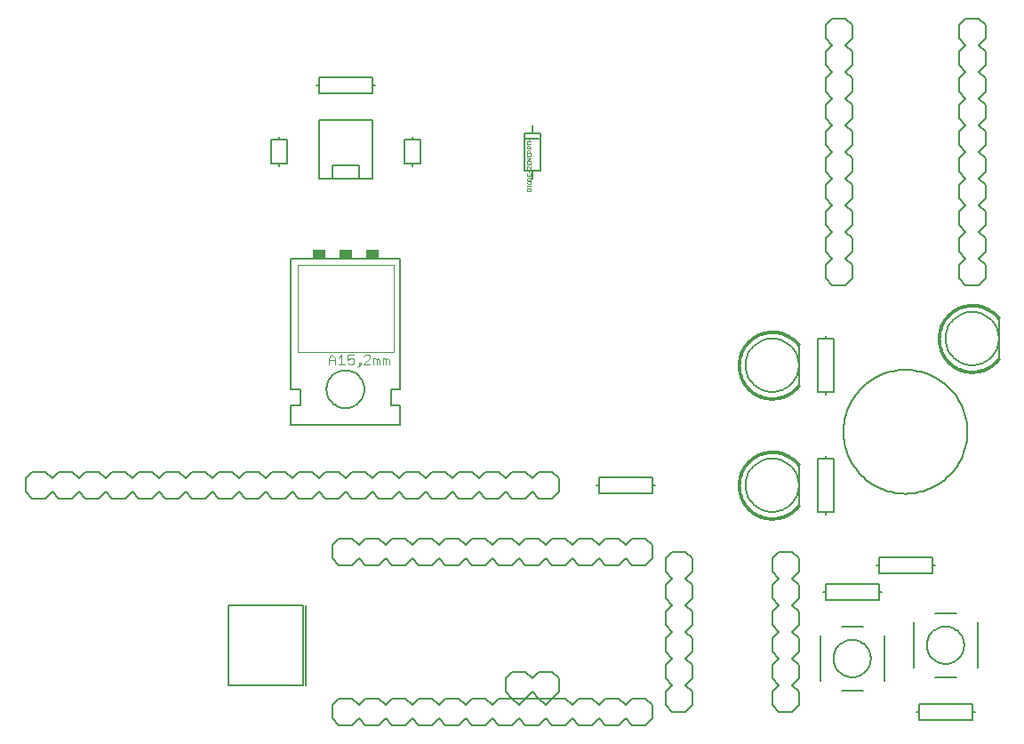
<source format=gto>
G75*
G70*
%OFA0B0*%
%FSLAX24Y24*%
%IPPOS*%
%LPD*%
%AMOC8*
5,1,8,0,0,1.08239X$1,22.5*
%
%ADD10C,0.0080*%
%ADD11C,0.0050*%
%ADD12C,0.0060*%
%ADD13C,0.0020*%
%ADD14C,0.0040*%
%ADD15R,0.0500X0.0350*%
%ADD16C,0.0010*%
D10*
X012681Y001431D02*
X012681Y001931D01*
X012931Y002181D01*
X013431Y002181D01*
X013681Y001931D01*
X013931Y002181D01*
X014431Y002181D01*
X014681Y001931D01*
X014931Y002181D01*
X015431Y002181D01*
X015681Y001931D01*
X015931Y002181D01*
X016431Y002181D01*
X016681Y001931D01*
X016931Y002181D01*
X017431Y002181D01*
X017681Y001931D01*
X017931Y002181D01*
X018431Y002181D01*
X018681Y001931D01*
X018931Y002181D01*
X019431Y002181D01*
X019931Y002181D01*
X020181Y002431D01*
X020431Y002181D01*
X020931Y002181D01*
X021181Y002431D01*
X021181Y002931D01*
X020931Y003181D01*
X020431Y003181D01*
X020181Y002931D01*
X019931Y003181D01*
X019431Y003181D01*
X019181Y002931D01*
X019181Y002431D01*
X019431Y002181D01*
X019681Y001931D01*
X019931Y002181D01*
X020431Y002181D01*
X020681Y001931D01*
X020931Y002181D01*
X021431Y002181D01*
X021681Y001931D01*
X021931Y002181D01*
X022431Y002181D01*
X022681Y001931D01*
X022931Y002181D01*
X023431Y002181D01*
X023681Y001931D01*
X023931Y002181D01*
X024431Y002181D01*
X024681Y001931D01*
X024681Y001431D01*
X024431Y001181D01*
X023931Y001181D01*
X023681Y001431D01*
X023431Y001181D01*
X022931Y001181D01*
X022681Y001431D01*
X022431Y001181D01*
X021931Y001181D01*
X021681Y001431D01*
X021431Y001181D01*
X020931Y001181D01*
X020681Y001431D01*
X020431Y001181D01*
X019931Y001181D01*
X019681Y001431D01*
X019431Y001181D01*
X018931Y001181D01*
X018681Y001431D01*
X018431Y001181D01*
X017931Y001181D01*
X017681Y001431D01*
X017431Y001181D01*
X016931Y001181D01*
X016681Y001431D01*
X016431Y001181D01*
X015931Y001181D01*
X015681Y001431D01*
X015431Y001181D01*
X014931Y001181D01*
X014681Y001431D01*
X014431Y001181D01*
X013931Y001181D01*
X013681Y001431D01*
X013431Y001181D01*
X012931Y001181D01*
X012681Y001431D01*
X012931Y007181D02*
X013431Y007181D01*
X013681Y007431D01*
X013931Y007181D01*
X014431Y007181D01*
X014681Y007431D01*
X014931Y007181D01*
X015431Y007181D01*
X015681Y007431D01*
X015931Y007181D01*
X016431Y007181D01*
X016681Y007431D01*
X016931Y007181D01*
X017431Y007181D01*
X017681Y007431D01*
X017931Y007181D01*
X018431Y007181D01*
X018681Y007431D01*
X018931Y007181D01*
X019431Y007181D01*
X019681Y007431D01*
X019931Y007181D01*
X020431Y007181D01*
X020681Y007431D01*
X020931Y007181D01*
X021431Y007181D01*
X021681Y007431D01*
X021931Y007181D01*
X022431Y007181D01*
X022681Y007431D01*
X022931Y007181D01*
X023431Y007181D01*
X023681Y007431D01*
X023931Y007181D01*
X024431Y007181D01*
X024681Y007431D01*
X024681Y007931D01*
X024431Y008181D01*
X023931Y008181D01*
X023681Y007931D01*
X023431Y008181D01*
X022931Y008181D01*
X022681Y007931D01*
X022431Y008181D01*
X021931Y008181D01*
X021681Y007931D01*
X021431Y008181D01*
X020931Y008181D01*
X020681Y007931D01*
X020431Y008181D01*
X019931Y008181D01*
X019681Y007931D01*
X019431Y008181D01*
X018931Y008181D01*
X018681Y007931D01*
X018431Y008181D01*
X017931Y008181D01*
X017681Y007931D01*
X017431Y008181D01*
X016931Y008181D01*
X016681Y007931D01*
X016431Y008181D01*
X015931Y008181D01*
X015681Y007931D01*
X015431Y008181D01*
X014931Y008181D01*
X014681Y007931D01*
X014431Y008181D01*
X013931Y008181D01*
X013681Y007931D01*
X013431Y008181D01*
X012931Y008181D01*
X012681Y007931D01*
X012681Y007431D01*
X012931Y007181D01*
X012931Y009681D02*
X012431Y009681D01*
X012181Y009931D01*
X011931Y009681D01*
X011431Y009681D01*
X011181Y009931D01*
X010931Y009681D01*
X010431Y009681D01*
X010181Y009931D01*
X009931Y009681D01*
X009431Y009681D01*
X009181Y009931D01*
X008931Y009681D01*
X008431Y009681D01*
X008181Y009931D01*
X007931Y009681D01*
X007431Y009681D01*
X007181Y009931D01*
X006931Y009681D01*
X006431Y009681D01*
X006181Y009931D01*
X005931Y009681D01*
X005431Y009681D01*
X005181Y009931D01*
X004931Y009681D01*
X004431Y009681D01*
X004181Y009931D01*
X003931Y009681D01*
X003431Y009681D01*
X003181Y009931D01*
X002931Y009681D01*
X002431Y009681D01*
X002181Y009931D01*
X001931Y009681D01*
X001431Y009681D01*
X001181Y009931D01*
X001181Y010431D01*
X001431Y010681D01*
X001931Y010681D01*
X002181Y010431D01*
X002431Y010681D01*
X002931Y010681D01*
X003181Y010431D01*
X003431Y010681D01*
X003931Y010681D01*
X004181Y010431D01*
X004431Y010681D01*
X004931Y010681D01*
X005181Y010431D01*
X005431Y010681D01*
X005931Y010681D01*
X006181Y010431D01*
X006431Y010681D01*
X006931Y010681D01*
X007181Y010431D01*
X007431Y010681D01*
X007931Y010681D01*
X008181Y010431D01*
X008431Y010681D01*
X008931Y010681D01*
X009181Y010431D01*
X009431Y010681D01*
X009931Y010681D01*
X010181Y010431D01*
X010431Y010681D01*
X010931Y010681D01*
X011181Y010431D01*
X011431Y010681D01*
X011931Y010681D01*
X012181Y010431D01*
X012431Y010681D01*
X012931Y010681D01*
X013181Y010431D01*
X013431Y010681D01*
X013931Y010681D01*
X014181Y010431D01*
X014431Y010681D01*
X014931Y010681D01*
X015181Y010431D01*
X015431Y010681D01*
X015931Y010681D01*
X016181Y010431D01*
X016431Y010681D01*
X016931Y010681D01*
X017181Y010431D01*
X017431Y010681D01*
X017931Y010681D01*
X018181Y010431D01*
X018431Y010681D01*
X018931Y010681D01*
X019181Y010431D01*
X019431Y010681D01*
X019931Y010681D01*
X020181Y010431D01*
X020431Y010681D01*
X020931Y010681D01*
X021181Y010431D01*
X021181Y009931D01*
X020931Y009681D01*
X020431Y009681D01*
X020181Y009931D01*
X019931Y009681D01*
X019431Y009681D01*
X019181Y009931D01*
X018931Y009681D01*
X018431Y009681D01*
X018181Y009931D01*
X017931Y009681D01*
X017431Y009681D01*
X017181Y009931D01*
X016931Y009681D01*
X016431Y009681D01*
X016181Y009931D01*
X015931Y009681D01*
X015431Y009681D01*
X015181Y009931D01*
X014931Y009681D01*
X014431Y009681D01*
X014181Y009931D01*
X013931Y009681D01*
X013431Y009681D01*
X013181Y009931D01*
X012931Y009681D01*
X022581Y010181D02*
X022681Y010181D01*
X022681Y010481D01*
X024681Y010481D01*
X024681Y010181D01*
X024781Y010181D01*
X024681Y010181D02*
X024681Y009881D01*
X022681Y009881D01*
X022681Y010181D01*
X025181Y007431D02*
X025431Y007681D01*
X025931Y007681D01*
X026181Y007431D01*
X026181Y006931D01*
X025931Y006681D01*
X026181Y006431D01*
X026181Y005931D01*
X025931Y005681D01*
X026181Y005431D01*
X026181Y004931D01*
X025931Y004681D01*
X026181Y004431D01*
X026181Y003931D01*
X025931Y003681D01*
X026181Y003431D01*
X026181Y002931D01*
X025931Y002681D01*
X026181Y002431D01*
X026181Y001931D01*
X025931Y001681D01*
X025431Y001681D01*
X025181Y001931D01*
X025181Y002431D01*
X025431Y002681D01*
X025181Y002931D01*
X025181Y003431D01*
X025431Y003681D01*
X025181Y003931D01*
X025181Y004431D01*
X025431Y004681D01*
X025181Y004931D01*
X025181Y005431D01*
X025431Y005681D01*
X025181Y005931D01*
X025181Y006431D01*
X025431Y006681D01*
X025181Y006931D01*
X025181Y007431D01*
X029181Y007431D02*
X029181Y006931D01*
X029431Y006681D01*
X029181Y006431D01*
X029181Y005931D01*
X029431Y005681D01*
X029181Y005431D01*
X029181Y004931D01*
X029431Y004681D01*
X029181Y004431D01*
X029181Y003931D01*
X029431Y003681D01*
X029181Y003431D01*
X029181Y002931D01*
X029431Y002681D01*
X029181Y002431D01*
X029181Y001931D01*
X029431Y001681D01*
X029931Y001681D01*
X030181Y001931D01*
X030181Y002431D01*
X029931Y002681D01*
X030181Y002931D01*
X030181Y003431D01*
X029931Y003681D01*
X030181Y003931D01*
X030181Y004431D01*
X029931Y004681D01*
X030181Y004931D01*
X030181Y005431D01*
X029931Y005681D01*
X030181Y005931D01*
X030181Y006431D01*
X029931Y006681D01*
X030181Y006931D01*
X030181Y007431D01*
X029931Y007681D01*
X029431Y007681D01*
X029181Y007431D01*
X031181Y006481D02*
X031181Y006181D01*
X031081Y006181D01*
X031181Y006181D02*
X031181Y005881D01*
X033181Y005881D01*
X033181Y006181D01*
X033281Y006181D01*
X033181Y006181D02*
X033181Y006481D01*
X031181Y006481D01*
X033081Y007181D02*
X033181Y007181D01*
X033181Y007481D01*
X035181Y007481D01*
X035181Y007181D01*
X035281Y007181D01*
X035181Y007181D02*
X035181Y006881D01*
X033181Y006881D01*
X033181Y007181D01*
X031481Y009181D02*
X031181Y009181D01*
X031181Y009081D01*
X031181Y009181D02*
X030881Y009181D01*
X030881Y011181D01*
X031181Y011181D01*
X031181Y011281D01*
X031181Y011181D02*
X031481Y011181D01*
X031481Y009181D01*
X030181Y009431D02*
X030181Y010931D01*
X031181Y013581D02*
X031181Y013681D01*
X030881Y013681D01*
X030881Y015681D01*
X031181Y015681D01*
X031181Y015781D01*
X031181Y015681D02*
X031481Y015681D01*
X031481Y013681D01*
X031181Y013681D01*
X030181Y013931D02*
X030181Y015431D01*
X031431Y017681D02*
X031181Y017931D01*
X031181Y018431D01*
X031431Y018681D01*
X031181Y018931D01*
X031181Y019431D01*
X031431Y019681D01*
X031181Y019931D01*
X031181Y020431D01*
X031431Y020681D01*
X031181Y020931D01*
X031181Y021431D01*
X031431Y021681D01*
X031181Y021931D01*
X031181Y022431D01*
X031431Y022681D01*
X031181Y022931D01*
X031181Y023431D01*
X031431Y023681D01*
X031181Y023931D01*
X031181Y024431D01*
X031431Y024681D01*
X031181Y024931D01*
X031181Y025431D01*
X031431Y025681D01*
X031181Y025931D01*
X031181Y026431D01*
X031431Y026681D01*
X031181Y026931D01*
X031181Y027431D01*
X031431Y027681D01*
X031931Y027681D01*
X032181Y027431D01*
X032181Y026931D01*
X031931Y026681D01*
X032181Y026431D01*
X032181Y025931D01*
X031931Y025681D01*
X032181Y025431D01*
X032181Y024931D01*
X031931Y024681D01*
X032181Y024431D01*
X032181Y023931D01*
X031931Y023681D01*
X032181Y023431D01*
X032181Y022931D01*
X031931Y022681D01*
X032181Y022431D01*
X032181Y021931D01*
X031931Y021681D01*
X032181Y021431D01*
X032181Y020931D01*
X031931Y020681D01*
X032181Y020431D01*
X032181Y019931D01*
X031931Y019681D01*
X032181Y019431D01*
X032181Y018931D01*
X031931Y018681D01*
X032181Y018431D01*
X032181Y017931D01*
X031931Y017681D01*
X031431Y017681D01*
X036181Y017931D02*
X036431Y017681D01*
X036931Y017681D01*
X037181Y017931D01*
X037181Y018431D01*
X036931Y018681D01*
X037181Y018931D01*
X037181Y019431D01*
X036931Y019681D01*
X037181Y019931D01*
X037181Y020431D01*
X036931Y020681D01*
X037181Y020931D01*
X037181Y021431D01*
X036931Y021681D01*
X037181Y021931D01*
X037181Y022431D01*
X036931Y022681D01*
X037181Y022931D01*
X037181Y023431D01*
X036931Y023681D01*
X037181Y023931D01*
X037181Y024431D01*
X036931Y024681D01*
X037181Y024931D01*
X037181Y025431D01*
X036931Y025681D01*
X037181Y025931D01*
X037181Y026431D01*
X036931Y026681D01*
X037181Y026931D01*
X037181Y027431D01*
X036931Y027681D01*
X036431Y027681D01*
X036181Y027431D01*
X036181Y026931D01*
X036431Y026681D01*
X036181Y026431D01*
X036181Y025931D01*
X036431Y025681D01*
X036181Y025431D01*
X036181Y024931D01*
X036431Y024681D01*
X036181Y024431D01*
X036181Y023931D01*
X036431Y023681D01*
X036181Y023431D01*
X036181Y022931D01*
X036431Y022681D01*
X036181Y022431D01*
X036181Y021931D01*
X036431Y021681D01*
X036181Y021431D01*
X036181Y020931D01*
X036431Y020681D01*
X036181Y020431D01*
X036181Y019931D01*
X036431Y019681D01*
X036181Y019431D01*
X036181Y018931D01*
X036431Y018681D01*
X036181Y018431D01*
X036181Y017931D01*
X037681Y016431D02*
X037681Y014931D01*
X031858Y012181D02*
X031861Y012295D01*
X031869Y012409D01*
X031883Y012522D01*
X031903Y012634D01*
X031928Y012745D01*
X031958Y012855D01*
X031994Y012964D01*
X032035Y013070D01*
X032081Y013174D01*
X032132Y013276D01*
X032188Y013375D01*
X032249Y013472D01*
X032315Y013565D01*
X032385Y013655D01*
X032460Y013741D01*
X032538Y013824D01*
X032621Y013902D01*
X032707Y013977D01*
X032797Y014047D01*
X032890Y014113D01*
X032987Y014174D01*
X033086Y014230D01*
X033188Y014281D01*
X033292Y014327D01*
X033398Y014368D01*
X033507Y014404D01*
X033617Y014434D01*
X033728Y014459D01*
X033840Y014479D01*
X033953Y014493D01*
X034067Y014501D01*
X034181Y014504D01*
X034295Y014501D01*
X034409Y014493D01*
X034522Y014479D01*
X034634Y014459D01*
X034745Y014434D01*
X034855Y014404D01*
X034964Y014368D01*
X035070Y014327D01*
X035174Y014281D01*
X035276Y014230D01*
X035375Y014174D01*
X035472Y014113D01*
X035565Y014047D01*
X035655Y013977D01*
X035741Y013902D01*
X035824Y013824D01*
X035902Y013741D01*
X035977Y013655D01*
X036047Y013565D01*
X036113Y013472D01*
X036174Y013375D01*
X036230Y013276D01*
X036281Y013174D01*
X036327Y013070D01*
X036368Y012964D01*
X036404Y012855D01*
X036434Y012745D01*
X036459Y012634D01*
X036479Y012522D01*
X036493Y012409D01*
X036501Y012295D01*
X036504Y012181D01*
X036501Y012067D01*
X036493Y011953D01*
X036479Y011840D01*
X036459Y011728D01*
X036434Y011617D01*
X036404Y011507D01*
X036368Y011398D01*
X036327Y011292D01*
X036281Y011188D01*
X036230Y011086D01*
X036174Y010987D01*
X036113Y010890D01*
X036047Y010797D01*
X035977Y010707D01*
X035902Y010621D01*
X035824Y010538D01*
X035741Y010460D01*
X035655Y010385D01*
X035565Y010315D01*
X035472Y010249D01*
X035375Y010188D01*
X035276Y010132D01*
X035174Y010081D01*
X035070Y010035D01*
X034964Y009994D01*
X034855Y009958D01*
X034745Y009928D01*
X034634Y009903D01*
X034522Y009883D01*
X034409Y009869D01*
X034295Y009861D01*
X034181Y009858D01*
X034067Y009861D01*
X033953Y009869D01*
X033840Y009883D01*
X033728Y009903D01*
X033617Y009928D01*
X033507Y009958D01*
X033398Y009994D01*
X033292Y010035D01*
X033188Y010081D01*
X033086Y010132D01*
X032987Y010188D01*
X032890Y010249D01*
X032797Y010315D01*
X032707Y010385D01*
X032621Y010460D01*
X032538Y010538D01*
X032460Y010621D01*
X032385Y010707D01*
X032315Y010797D01*
X032249Y010890D01*
X032188Y010987D01*
X032132Y011086D01*
X032081Y011188D01*
X032035Y011292D01*
X031994Y011398D01*
X031958Y011507D01*
X031928Y011617D01*
X031903Y011728D01*
X031883Y011840D01*
X031869Y011953D01*
X031861Y012067D01*
X031858Y012181D01*
X035289Y005381D02*
X036081Y005381D01*
X036881Y005031D02*
X036881Y003331D01*
X036081Y002981D02*
X035277Y002981D01*
X034481Y003331D02*
X034481Y005031D01*
X033381Y004531D02*
X033381Y002831D01*
X032581Y002481D02*
X031777Y002481D01*
X030981Y002831D02*
X030981Y004531D01*
X031789Y004881D02*
X032581Y004881D01*
X031481Y003681D02*
X031483Y003733D01*
X031489Y003785D01*
X031499Y003837D01*
X031512Y003887D01*
X031529Y003937D01*
X031550Y003985D01*
X031575Y004031D01*
X031603Y004075D01*
X031634Y004117D01*
X031668Y004157D01*
X031705Y004194D01*
X031745Y004228D01*
X031787Y004259D01*
X031831Y004287D01*
X031877Y004312D01*
X031925Y004333D01*
X031975Y004350D01*
X032025Y004363D01*
X032077Y004373D01*
X032129Y004379D01*
X032181Y004381D01*
X032233Y004379D01*
X032285Y004373D01*
X032337Y004363D01*
X032387Y004350D01*
X032437Y004333D01*
X032485Y004312D01*
X032531Y004287D01*
X032575Y004259D01*
X032617Y004228D01*
X032657Y004194D01*
X032694Y004157D01*
X032728Y004117D01*
X032759Y004075D01*
X032787Y004031D01*
X032812Y003985D01*
X032833Y003937D01*
X032850Y003887D01*
X032863Y003837D01*
X032873Y003785D01*
X032879Y003733D01*
X032881Y003681D01*
X032879Y003629D01*
X032873Y003577D01*
X032863Y003525D01*
X032850Y003475D01*
X032833Y003425D01*
X032812Y003377D01*
X032787Y003331D01*
X032759Y003287D01*
X032728Y003245D01*
X032694Y003205D01*
X032657Y003168D01*
X032617Y003134D01*
X032575Y003103D01*
X032531Y003075D01*
X032485Y003050D01*
X032437Y003029D01*
X032387Y003012D01*
X032337Y002999D01*
X032285Y002989D01*
X032233Y002983D01*
X032181Y002981D01*
X032129Y002983D01*
X032077Y002989D01*
X032025Y002999D01*
X031975Y003012D01*
X031925Y003029D01*
X031877Y003050D01*
X031831Y003075D01*
X031787Y003103D01*
X031745Y003134D01*
X031705Y003168D01*
X031668Y003205D01*
X031634Y003245D01*
X031603Y003287D01*
X031575Y003331D01*
X031550Y003377D01*
X031529Y003425D01*
X031512Y003475D01*
X031499Y003525D01*
X031489Y003577D01*
X031483Y003629D01*
X031481Y003681D01*
X034681Y001981D02*
X034681Y001681D01*
X034581Y001681D01*
X034681Y001681D02*
X034681Y001381D01*
X036681Y001381D01*
X036681Y001681D01*
X036781Y001681D01*
X036681Y001681D02*
X036681Y001981D01*
X034681Y001981D01*
X034981Y004181D02*
X034983Y004233D01*
X034989Y004285D01*
X034999Y004337D01*
X035012Y004387D01*
X035029Y004437D01*
X035050Y004485D01*
X035075Y004531D01*
X035103Y004575D01*
X035134Y004617D01*
X035168Y004657D01*
X035205Y004694D01*
X035245Y004728D01*
X035287Y004759D01*
X035331Y004787D01*
X035377Y004812D01*
X035425Y004833D01*
X035475Y004850D01*
X035525Y004863D01*
X035577Y004873D01*
X035629Y004879D01*
X035681Y004881D01*
X035733Y004879D01*
X035785Y004873D01*
X035837Y004863D01*
X035887Y004850D01*
X035937Y004833D01*
X035985Y004812D01*
X036031Y004787D01*
X036075Y004759D01*
X036117Y004728D01*
X036157Y004694D01*
X036194Y004657D01*
X036228Y004617D01*
X036259Y004575D01*
X036287Y004531D01*
X036312Y004485D01*
X036333Y004437D01*
X036350Y004387D01*
X036363Y004337D01*
X036373Y004285D01*
X036379Y004233D01*
X036381Y004181D01*
X036379Y004129D01*
X036373Y004077D01*
X036363Y004025D01*
X036350Y003975D01*
X036333Y003925D01*
X036312Y003877D01*
X036287Y003831D01*
X036259Y003787D01*
X036228Y003745D01*
X036194Y003705D01*
X036157Y003668D01*
X036117Y003634D01*
X036075Y003603D01*
X036031Y003575D01*
X035985Y003550D01*
X035937Y003529D01*
X035887Y003512D01*
X035837Y003499D01*
X035785Y003489D01*
X035733Y003483D01*
X035681Y003481D01*
X035629Y003483D01*
X035577Y003489D01*
X035525Y003499D01*
X035475Y003512D01*
X035425Y003529D01*
X035377Y003550D01*
X035331Y003575D01*
X035287Y003603D01*
X035245Y003634D01*
X035205Y003668D01*
X035168Y003705D01*
X035134Y003745D01*
X035103Y003787D01*
X035075Y003831D01*
X035050Y003877D01*
X035029Y003925D01*
X035012Y003975D01*
X034999Y004025D01*
X034989Y004077D01*
X034983Y004129D01*
X034981Y004181D01*
X020181Y021681D02*
X020181Y021981D01*
X020481Y021981D01*
X020481Y023381D01*
X020181Y023381D01*
X020181Y023681D01*
X020181Y023381D02*
X019881Y023381D01*
X019881Y021981D01*
X020181Y021981D01*
X020431Y023181D02*
X019931Y023181D01*
X015981Y023130D02*
X015981Y022233D01*
X015681Y022233D01*
X015681Y022133D01*
X015681Y022233D02*
X015381Y022233D01*
X015381Y023130D01*
X015681Y023130D01*
X015681Y023230D01*
X015681Y023130D02*
X015981Y023130D01*
X014181Y024881D02*
X014181Y025181D01*
X014281Y025181D01*
X014181Y025181D02*
X014181Y025481D01*
X012181Y025481D01*
X012181Y025181D01*
X012081Y025181D01*
X012181Y025181D02*
X012181Y024881D01*
X014181Y024881D01*
X010981Y023130D02*
X010681Y023130D01*
X010681Y023230D01*
X010681Y023130D02*
X010381Y023130D01*
X010381Y022233D01*
X010681Y022233D01*
X010681Y022133D01*
X010681Y022233D02*
X010981Y022233D01*
X010981Y023130D01*
D11*
X008781Y005681D02*
X008781Y002681D01*
X011581Y002681D01*
X011581Y005681D01*
X008781Y005681D01*
X011681Y005681D02*
X011681Y002681D01*
X012181Y021681D02*
X012681Y021681D01*
X012681Y022181D01*
X013681Y022181D01*
X013681Y021681D01*
X012681Y021681D01*
X012181Y021681D02*
X012181Y023881D01*
X014181Y023881D01*
X014181Y021681D01*
X013681Y021681D01*
D12*
X015231Y018681D02*
X011131Y018681D01*
X011131Y013781D01*
X011481Y013781D01*
X011481Y013181D01*
X011131Y013181D01*
X011131Y012431D01*
X015231Y012431D01*
X015231Y013181D01*
X014881Y013181D01*
X014881Y013781D01*
X015231Y013781D01*
X015231Y018681D01*
X012471Y013781D02*
X012473Y013834D01*
X012479Y013887D01*
X012489Y013939D01*
X012503Y013990D01*
X012520Y014040D01*
X012541Y014089D01*
X012566Y014136D01*
X012594Y014181D01*
X012626Y014224D01*
X012661Y014264D01*
X012698Y014301D01*
X012738Y014336D01*
X012781Y014368D01*
X012826Y014396D01*
X012873Y014421D01*
X012922Y014442D01*
X012972Y014459D01*
X013023Y014473D01*
X013075Y014483D01*
X013128Y014489D01*
X013181Y014491D01*
X013234Y014489D01*
X013287Y014483D01*
X013339Y014473D01*
X013390Y014459D01*
X013440Y014442D01*
X013489Y014421D01*
X013536Y014396D01*
X013581Y014368D01*
X013624Y014336D01*
X013664Y014301D01*
X013701Y014264D01*
X013736Y014224D01*
X013768Y014181D01*
X013796Y014136D01*
X013821Y014089D01*
X013842Y014040D01*
X013859Y013990D01*
X013873Y013939D01*
X013883Y013887D01*
X013889Y013834D01*
X013891Y013781D01*
X013889Y013728D01*
X013883Y013675D01*
X013873Y013623D01*
X013859Y013572D01*
X013842Y013522D01*
X013821Y013473D01*
X013796Y013426D01*
X013768Y013381D01*
X013736Y013338D01*
X013701Y013298D01*
X013664Y013261D01*
X013624Y013226D01*
X013581Y013194D01*
X013536Y013166D01*
X013489Y013141D01*
X013440Y013120D01*
X013390Y013103D01*
X013339Y013089D01*
X013287Y013079D01*
X013234Y013073D01*
X013181Y013071D01*
X013128Y013073D01*
X013075Y013079D01*
X013023Y013089D01*
X012972Y013103D01*
X012922Y013120D01*
X012873Y013141D01*
X012826Y013166D01*
X012781Y013194D01*
X012738Y013226D01*
X012698Y013261D01*
X012661Y013298D01*
X012626Y013338D01*
X012594Y013381D01*
X012566Y013426D01*
X012541Y013473D01*
X012520Y013522D01*
X012503Y013572D01*
X012489Y013623D01*
X012479Y013675D01*
X012473Y013728D01*
X012471Y013781D01*
X028181Y014681D02*
X028183Y014744D01*
X028189Y014806D01*
X028199Y014868D01*
X028212Y014930D01*
X028230Y014990D01*
X028251Y015049D01*
X028276Y015107D01*
X028305Y015163D01*
X028337Y015217D01*
X028372Y015269D01*
X028410Y015318D01*
X028452Y015366D01*
X028496Y015410D01*
X028544Y015452D01*
X028593Y015490D01*
X028645Y015525D01*
X028699Y015557D01*
X028755Y015586D01*
X028813Y015611D01*
X028872Y015632D01*
X028932Y015650D01*
X028994Y015663D01*
X029056Y015673D01*
X029118Y015679D01*
X029181Y015681D01*
X029244Y015679D01*
X029306Y015673D01*
X029368Y015663D01*
X029430Y015650D01*
X029490Y015632D01*
X029549Y015611D01*
X029607Y015586D01*
X029663Y015557D01*
X029717Y015525D01*
X029769Y015490D01*
X029818Y015452D01*
X029866Y015410D01*
X029910Y015366D01*
X029952Y015318D01*
X029990Y015269D01*
X030025Y015217D01*
X030057Y015163D01*
X030086Y015107D01*
X030111Y015049D01*
X030132Y014990D01*
X030150Y014930D01*
X030163Y014868D01*
X030173Y014806D01*
X030179Y014744D01*
X030181Y014681D01*
X030179Y014618D01*
X030173Y014556D01*
X030163Y014494D01*
X030150Y014432D01*
X030132Y014372D01*
X030111Y014313D01*
X030086Y014255D01*
X030057Y014199D01*
X030025Y014145D01*
X029990Y014093D01*
X029952Y014044D01*
X029910Y013996D01*
X029866Y013952D01*
X029818Y013910D01*
X029769Y013872D01*
X029717Y013837D01*
X029663Y013805D01*
X029607Y013776D01*
X029549Y013751D01*
X029490Y013730D01*
X029430Y013712D01*
X029368Y013699D01*
X029306Y013689D01*
X029244Y013683D01*
X029181Y013681D01*
X029118Y013683D01*
X029056Y013689D01*
X028994Y013699D01*
X028932Y013712D01*
X028872Y013730D01*
X028813Y013751D01*
X028755Y013776D01*
X028699Y013805D01*
X028645Y013837D01*
X028593Y013872D01*
X028544Y013910D01*
X028496Y013952D01*
X028452Y013996D01*
X028410Y014044D01*
X028372Y014093D01*
X028337Y014145D01*
X028305Y014199D01*
X028276Y014255D01*
X028251Y014313D01*
X028230Y014372D01*
X028212Y014432D01*
X028199Y014494D01*
X028189Y014556D01*
X028183Y014618D01*
X028181Y014681D01*
X028181Y010181D02*
X028183Y010244D01*
X028189Y010306D01*
X028199Y010368D01*
X028212Y010430D01*
X028230Y010490D01*
X028251Y010549D01*
X028276Y010607D01*
X028305Y010663D01*
X028337Y010717D01*
X028372Y010769D01*
X028410Y010818D01*
X028452Y010866D01*
X028496Y010910D01*
X028544Y010952D01*
X028593Y010990D01*
X028645Y011025D01*
X028699Y011057D01*
X028755Y011086D01*
X028813Y011111D01*
X028872Y011132D01*
X028932Y011150D01*
X028994Y011163D01*
X029056Y011173D01*
X029118Y011179D01*
X029181Y011181D01*
X029244Y011179D01*
X029306Y011173D01*
X029368Y011163D01*
X029430Y011150D01*
X029490Y011132D01*
X029549Y011111D01*
X029607Y011086D01*
X029663Y011057D01*
X029717Y011025D01*
X029769Y010990D01*
X029818Y010952D01*
X029866Y010910D01*
X029910Y010866D01*
X029952Y010818D01*
X029990Y010769D01*
X030025Y010717D01*
X030057Y010663D01*
X030086Y010607D01*
X030111Y010549D01*
X030132Y010490D01*
X030150Y010430D01*
X030163Y010368D01*
X030173Y010306D01*
X030179Y010244D01*
X030181Y010181D01*
X030179Y010118D01*
X030173Y010056D01*
X030163Y009994D01*
X030150Y009932D01*
X030132Y009872D01*
X030111Y009813D01*
X030086Y009755D01*
X030057Y009699D01*
X030025Y009645D01*
X029990Y009593D01*
X029952Y009544D01*
X029910Y009496D01*
X029866Y009452D01*
X029818Y009410D01*
X029769Y009372D01*
X029717Y009337D01*
X029663Y009305D01*
X029607Y009276D01*
X029549Y009251D01*
X029490Y009230D01*
X029430Y009212D01*
X029368Y009199D01*
X029306Y009189D01*
X029244Y009183D01*
X029181Y009181D01*
X029118Y009183D01*
X029056Y009189D01*
X028994Y009199D01*
X028932Y009212D01*
X028872Y009230D01*
X028813Y009251D01*
X028755Y009276D01*
X028699Y009305D01*
X028645Y009337D01*
X028593Y009372D01*
X028544Y009410D01*
X028496Y009452D01*
X028452Y009496D01*
X028410Y009544D01*
X028372Y009593D01*
X028337Y009645D01*
X028305Y009699D01*
X028276Y009755D01*
X028251Y009813D01*
X028230Y009872D01*
X028212Y009932D01*
X028199Y009994D01*
X028189Y010056D01*
X028183Y010118D01*
X028181Y010181D01*
X035681Y015681D02*
X035683Y015744D01*
X035689Y015806D01*
X035699Y015868D01*
X035712Y015930D01*
X035730Y015990D01*
X035751Y016049D01*
X035776Y016107D01*
X035805Y016163D01*
X035837Y016217D01*
X035872Y016269D01*
X035910Y016318D01*
X035952Y016366D01*
X035996Y016410D01*
X036044Y016452D01*
X036093Y016490D01*
X036145Y016525D01*
X036199Y016557D01*
X036255Y016586D01*
X036313Y016611D01*
X036372Y016632D01*
X036432Y016650D01*
X036494Y016663D01*
X036556Y016673D01*
X036618Y016679D01*
X036681Y016681D01*
X036744Y016679D01*
X036806Y016673D01*
X036868Y016663D01*
X036930Y016650D01*
X036990Y016632D01*
X037049Y016611D01*
X037107Y016586D01*
X037163Y016557D01*
X037217Y016525D01*
X037269Y016490D01*
X037318Y016452D01*
X037366Y016410D01*
X037410Y016366D01*
X037452Y016318D01*
X037490Y016269D01*
X037525Y016217D01*
X037557Y016163D01*
X037586Y016107D01*
X037611Y016049D01*
X037632Y015990D01*
X037650Y015930D01*
X037663Y015868D01*
X037673Y015806D01*
X037679Y015744D01*
X037681Y015681D01*
X037679Y015618D01*
X037673Y015556D01*
X037663Y015494D01*
X037650Y015432D01*
X037632Y015372D01*
X037611Y015313D01*
X037586Y015255D01*
X037557Y015199D01*
X037525Y015145D01*
X037490Y015093D01*
X037452Y015044D01*
X037410Y014996D01*
X037366Y014952D01*
X037318Y014910D01*
X037269Y014872D01*
X037217Y014837D01*
X037163Y014805D01*
X037107Y014776D01*
X037049Y014751D01*
X036990Y014730D01*
X036930Y014712D01*
X036868Y014699D01*
X036806Y014689D01*
X036744Y014683D01*
X036681Y014681D01*
X036618Y014683D01*
X036556Y014689D01*
X036494Y014699D01*
X036432Y014712D01*
X036372Y014730D01*
X036313Y014751D01*
X036255Y014776D01*
X036199Y014805D01*
X036145Y014837D01*
X036093Y014872D01*
X036044Y014910D01*
X035996Y014952D01*
X035952Y014996D01*
X035910Y015044D01*
X035872Y015093D01*
X035837Y015145D01*
X035805Y015199D01*
X035776Y015255D01*
X035751Y015313D01*
X035730Y015372D01*
X035712Y015432D01*
X035699Y015494D01*
X035689Y015556D01*
X035683Y015618D01*
X035681Y015681D01*
D13*
X014981Y015181D02*
X014981Y018431D01*
X011381Y018431D01*
X011381Y015181D01*
X014981Y015181D01*
D14*
X014767Y014945D02*
X014826Y014887D01*
X014826Y014711D01*
X014709Y014711D02*
X014709Y014887D01*
X014767Y014945D01*
X014709Y014887D02*
X014651Y014945D01*
X014592Y014945D01*
X014592Y014711D01*
X014467Y014711D02*
X014467Y014887D01*
X014408Y014945D01*
X014350Y014887D01*
X014350Y014711D01*
X014233Y014711D02*
X014233Y014945D01*
X014291Y014945D01*
X014350Y014887D01*
X014108Y014945D02*
X014108Y015003D01*
X014049Y015062D01*
X013932Y015062D01*
X013874Y015003D01*
X014108Y014945D02*
X013874Y014711D01*
X014108Y014711D01*
X013751Y014711D02*
X013751Y014770D01*
X013693Y014770D01*
X013693Y014711D01*
X013751Y014711D01*
X013635Y014595D01*
X013509Y014770D02*
X013451Y014711D01*
X013334Y014711D01*
X013276Y014770D01*
X013276Y014887D02*
X013392Y014945D01*
X013451Y014945D01*
X013509Y014887D01*
X013509Y014770D01*
X013276Y014887D02*
X013276Y015062D01*
X013509Y015062D01*
X013033Y015062D02*
X012916Y014945D01*
X012791Y014945D02*
X012791Y014711D01*
X012916Y014711D02*
X013150Y014711D01*
X013033Y014711D02*
X013033Y015062D01*
X012791Y014945D02*
X012674Y015062D01*
X012557Y014945D01*
X012557Y014711D01*
X012557Y014887D02*
X012791Y014887D01*
D15*
X013181Y018856D03*
X014181Y018856D03*
X012181Y018856D03*
D16*
X019986Y021223D02*
X019986Y021298D01*
X020011Y021323D01*
X020111Y021323D01*
X020136Y021298D01*
X020136Y021223D01*
X019986Y021223D01*
X019986Y021370D02*
X019986Y021420D01*
X019986Y021395D02*
X020136Y021395D01*
X020136Y021370D02*
X020136Y021420D01*
X020111Y021469D02*
X020136Y021494D01*
X020136Y021544D01*
X020111Y021569D01*
X020011Y021569D01*
X019986Y021544D01*
X019986Y021494D01*
X020011Y021469D01*
X020111Y021469D01*
X020136Y021616D02*
X020136Y021691D01*
X020111Y021716D01*
X020011Y021716D01*
X019986Y021691D01*
X019986Y021616D01*
X020136Y021616D01*
X020136Y021763D02*
X020136Y021863D01*
X020061Y021910D02*
X020061Y022011D01*
X020111Y022058D02*
X020136Y022058D01*
X020136Y022158D01*
X020136Y022205D02*
X020136Y022305D01*
X020136Y022352D02*
X019986Y022352D01*
X020136Y022453D01*
X019986Y022453D01*
X019986Y022500D02*
X020136Y022500D01*
X020136Y022600D01*
X020136Y022647D02*
X019986Y022647D01*
X019986Y022722D01*
X020011Y022747D01*
X020061Y022747D01*
X020086Y022722D01*
X020086Y022647D01*
X020086Y022697D02*
X020136Y022747D01*
X020136Y022794D02*
X019986Y022794D01*
X019986Y022869D01*
X020011Y022894D01*
X020061Y022894D01*
X020086Y022869D01*
X020086Y022794D01*
X019986Y022942D02*
X019986Y023042D01*
X019986Y023089D02*
X020136Y023089D01*
X020061Y023089D02*
X020061Y023189D01*
X019986Y023189D02*
X020136Y023189D01*
X020136Y022992D02*
X019986Y022992D01*
X019986Y022600D02*
X019986Y022500D01*
X020061Y022500D02*
X020061Y022550D01*
X019986Y022305D02*
X019986Y022205D01*
X020136Y022205D01*
X020061Y022205D02*
X020061Y022255D01*
X020011Y022158D02*
X020111Y022058D01*
X019986Y022058D02*
X019986Y022158D01*
X020011Y022158D01*
X019986Y021863D02*
X019986Y021763D01*
X020136Y021763D01*
X020061Y021763D02*
X020061Y021813D01*
X030213Y015461D02*
X030141Y015407D01*
X030142Y015408D02*
X030099Y015461D01*
X030054Y015512D01*
X030005Y015560D01*
X029954Y015605D01*
X029900Y015648D01*
X029844Y015687D01*
X029786Y015723D01*
X029726Y015756D01*
X029665Y015785D01*
X029601Y015810D01*
X029537Y015832D01*
X029471Y015851D01*
X029404Y015865D01*
X029337Y015876D01*
X029269Y015883D01*
X029201Y015886D01*
X029132Y015885D01*
X029064Y015880D01*
X028996Y015872D01*
X028929Y015859D01*
X028863Y015843D01*
X028798Y015823D01*
X028733Y015800D01*
X028671Y015773D01*
X028610Y015742D01*
X028551Y015708D01*
X028493Y015671D01*
X028438Y015630D01*
X028386Y015586D01*
X028336Y015540D01*
X028289Y015491D01*
X028244Y015439D01*
X028203Y015385D01*
X028164Y015328D01*
X028129Y015269D01*
X028098Y015209D01*
X028070Y015147D01*
X028045Y015083D01*
X028024Y015018D01*
X028007Y014952D01*
X027993Y014885D01*
X027984Y014817D01*
X027978Y014749D01*
X027976Y014681D01*
X027978Y014613D01*
X027984Y014545D01*
X027993Y014477D01*
X028007Y014410D01*
X028024Y014344D01*
X028045Y014279D01*
X028070Y014215D01*
X028098Y014153D01*
X028129Y014093D01*
X028164Y014034D01*
X028203Y013977D01*
X028244Y013923D01*
X028289Y013871D01*
X028336Y013822D01*
X028386Y013776D01*
X028438Y013732D01*
X028493Y013691D01*
X028551Y013654D01*
X028610Y013620D01*
X028671Y013589D01*
X028733Y013562D01*
X028798Y013539D01*
X028863Y013519D01*
X028929Y013503D01*
X028996Y013490D01*
X029064Y013482D01*
X029132Y013477D01*
X029201Y013476D01*
X029269Y013479D01*
X029337Y013486D01*
X029404Y013497D01*
X029471Y013511D01*
X029537Y013530D01*
X029601Y013552D01*
X029665Y013577D01*
X029726Y013606D01*
X029786Y013639D01*
X029844Y013675D01*
X029900Y013714D01*
X029954Y013757D01*
X030005Y013802D01*
X030054Y013850D01*
X030099Y013901D01*
X030142Y013954D01*
X030213Y013901D01*
X030214Y013900D01*
X030170Y013845D01*
X030122Y013792D01*
X030072Y013741D01*
X030019Y013694D01*
X029964Y013650D01*
X029906Y013608D01*
X029846Y013570D01*
X029785Y013535D01*
X029721Y013504D01*
X029656Y013476D01*
X029589Y013452D01*
X029521Y013431D01*
X029452Y013415D01*
X029382Y013402D01*
X029312Y013393D01*
X029241Y013387D01*
X029170Y013386D01*
X029099Y013389D01*
X029028Y013395D01*
X028958Y013405D01*
X028889Y013419D01*
X028820Y013437D01*
X028752Y013459D01*
X028686Y013484D01*
X028621Y013513D01*
X028558Y013546D01*
X028497Y013582D01*
X028438Y013621D01*
X028381Y013663D01*
X028326Y013708D01*
X028274Y013757D01*
X028225Y013808D01*
X028178Y013861D01*
X028135Y013918D01*
X028095Y013976D01*
X028058Y014037D01*
X028024Y014099D01*
X027994Y014163D01*
X027967Y014229D01*
X027944Y014296D01*
X027925Y014365D01*
X027910Y014434D01*
X027898Y014504D01*
X027890Y014575D01*
X027886Y014646D01*
X027886Y014716D01*
X027890Y014787D01*
X027898Y014858D01*
X027910Y014928D01*
X027925Y014997D01*
X027944Y015066D01*
X027967Y015133D01*
X027994Y015199D01*
X028024Y015263D01*
X028058Y015325D01*
X028095Y015386D01*
X028135Y015444D01*
X028178Y015501D01*
X028225Y015554D01*
X028274Y015605D01*
X028326Y015654D01*
X028381Y015699D01*
X028438Y015741D01*
X028497Y015780D01*
X028558Y015816D01*
X028621Y015849D01*
X028686Y015878D01*
X028752Y015903D01*
X028820Y015925D01*
X028889Y015943D01*
X028958Y015957D01*
X029028Y015967D01*
X029099Y015973D01*
X029170Y015976D01*
X029241Y015975D01*
X029312Y015969D01*
X029382Y015960D01*
X029452Y015947D01*
X029521Y015931D01*
X029589Y015910D01*
X029656Y015886D01*
X029721Y015858D01*
X029785Y015827D01*
X029846Y015792D01*
X029906Y015754D01*
X029964Y015712D01*
X030019Y015668D01*
X030072Y015621D01*
X030122Y015570D01*
X030170Y015517D01*
X030214Y015462D01*
X030207Y015457D01*
X030162Y015512D01*
X030115Y015565D01*
X030064Y015616D01*
X030011Y015663D01*
X029955Y015708D01*
X029897Y015749D01*
X029837Y015787D01*
X029775Y015822D01*
X029711Y015853D01*
X029645Y015880D01*
X029578Y015904D01*
X029509Y015924D01*
X029440Y015941D01*
X029370Y015953D01*
X029299Y015962D01*
X029228Y015966D01*
X029157Y015967D01*
X029086Y015963D01*
X029015Y015956D01*
X028944Y015945D01*
X028875Y015930D01*
X028806Y015911D01*
X028738Y015888D01*
X028672Y015862D01*
X028607Y015832D01*
X028545Y015798D01*
X028484Y015762D01*
X028425Y015721D01*
X028368Y015678D01*
X028314Y015631D01*
X028263Y015582D01*
X028215Y015529D01*
X028169Y015475D01*
X028127Y015417D01*
X028088Y015358D01*
X028052Y015296D01*
X028019Y015233D01*
X027991Y015168D01*
X027965Y015101D01*
X027944Y015033D01*
X027926Y014964D01*
X027913Y014894D01*
X027903Y014823D01*
X027897Y014752D01*
X027895Y014681D01*
X027897Y014610D01*
X027903Y014539D01*
X027913Y014468D01*
X027926Y014398D01*
X027944Y014329D01*
X027965Y014261D01*
X027991Y014194D01*
X028019Y014129D01*
X028052Y014066D01*
X028088Y014004D01*
X028127Y013945D01*
X028169Y013887D01*
X028215Y013833D01*
X028263Y013780D01*
X028314Y013731D01*
X028368Y013684D01*
X028425Y013641D01*
X028484Y013600D01*
X028545Y013564D01*
X028607Y013530D01*
X028672Y013500D01*
X028738Y013474D01*
X028806Y013451D01*
X028875Y013432D01*
X028944Y013417D01*
X029015Y013406D01*
X029086Y013399D01*
X029157Y013395D01*
X029228Y013396D01*
X029299Y013400D01*
X029370Y013409D01*
X029440Y013421D01*
X029509Y013438D01*
X029578Y013458D01*
X029645Y013482D01*
X029711Y013509D01*
X029775Y013540D01*
X029837Y013575D01*
X029897Y013613D01*
X029955Y013654D01*
X030011Y013699D01*
X030064Y013746D01*
X030115Y013797D01*
X030162Y013850D01*
X030207Y013905D01*
X030200Y013911D01*
X030155Y013856D01*
X030108Y013803D01*
X030058Y013753D01*
X030005Y013706D01*
X029950Y013662D01*
X029892Y013620D01*
X029833Y013583D01*
X029771Y013548D01*
X029707Y013517D01*
X029642Y013490D01*
X029575Y013466D01*
X029507Y013446D01*
X029438Y013430D01*
X029369Y013418D01*
X029298Y013409D01*
X029228Y013405D01*
X029157Y013404D01*
X029086Y013408D01*
X029016Y013415D01*
X028946Y013426D01*
X028877Y013441D01*
X028809Y013460D01*
X028741Y013482D01*
X028676Y013508D01*
X028611Y013538D01*
X028549Y013571D01*
X028489Y013608D01*
X028430Y013648D01*
X028374Y013691D01*
X028320Y013737D01*
X028270Y013787D01*
X028221Y013838D01*
X028176Y013893D01*
X028134Y013950D01*
X028095Y014009D01*
X028060Y014070D01*
X028027Y014133D01*
X027999Y014198D01*
X027974Y014264D01*
X027953Y014332D01*
X027935Y014400D01*
X027922Y014470D01*
X027912Y014540D01*
X027906Y014610D01*
X027904Y014681D01*
X027906Y014752D01*
X027912Y014822D01*
X027922Y014892D01*
X027935Y014962D01*
X027953Y015030D01*
X027974Y015098D01*
X027999Y015164D01*
X028027Y015229D01*
X028060Y015292D01*
X028095Y015353D01*
X028134Y015412D01*
X028176Y015469D01*
X028221Y015524D01*
X028270Y015575D01*
X028320Y015625D01*
X028374Y015671D01*
X028430Y015714D01*
X028489Y015754D01*
X028549Y015791D01*
X028611Y015824D01*
X028676Y015854D01*
X028741Y015880D01*
X028809Y015902D01*
X028877Y015921D01*
X028946Y015936D01*
X029016Y015947D01*
X029086Y015954D01*
X029157Y015958D01*
X029228Y015957D01*
X029298Y015953D01*
X029369Y015944D01*
X029438Y015932D01*
X029507Y015916D01*
X029575Y015896D01*
X029642Y015872D01*
X029707Y015845D01*
X029771Y015814D01*
X029833Y015779D01*
X029892Y015742D01*
X029950Y015700D01*
X030005Y015656D01*
X030058Y015609D01*
X030108Y015559D01*
X030155Y015506D01*
X030200Y015451D01*
X030192Y015446D01*
X030148Y015501D01*
X030100Y015554D01*
X030050Y015604D01*
X029997Y015652D01*
X029941Y015696D01*
X029883Y015737D01*
X029823Y015774D01*
X029761Y015809D01*
X029697Y015839D01*
X029631Y015866D01*
X029564Y015890D01*
X029496Y015909D01*
X029426Y015925D01*
X029356Y015937D01*
X029286Y015945D01*
X029215Y015949D01*
X029144Y015948D01*
X029073Y015944D01*
X029002Y015936D01*
X028932Y015924D01*
X028863Y015908D01*
X028795Y015889D01*
X028727Y015865D01*
X028662Y015838D01*
X028598Y015807D01*
X028536Y015773D01*
X028476Y015735D01*
X028418Y015693D01*
X028362Y015649D01*
X028309Y015602D01*
X028259Y015551D01*
X028212Y015498D01*
X028167Y015443D01*
X028126Y015385D01*
X028089Y015325D01*
X028054Y015262D01*
X028023Y015198D01*
X027996Y015133D01*
X027973Y015066D01*
X027953Y014997D01*
X027937Y014928D01*
X027925Y014858D01*
X027917Y014787D01*
X027913Y014717D01*
X027913Y014645D01*
X027917Y014575D01*
X027925Y014504D01*
X027937Y014434D01*
X027953Y014365D01*
X027973Y014296D01*
X027996Y014229D01*
X028023Y014164D01*
X028054Y014100D01*
X028089Y014037D01*
X028126Y013977D01*
X028167Y013919D01*
X028212Y013864D01*
X028259Y013811D01*
X028309Y013760D01*
X028362Y013713D01*
X028418Y013669D01*
X028476Y013627D01*
X028536Y013589D01*
X028598Y013555D01*
X028662Y013524D01*
X028727Y013497D01*
X028795Y013473D01*
X028863Y013454D01*
X028932Y013438D01*
X029002Y013426D01*
X029073Y013418D01*
X029144Y013414D01*
X029215Y013413D01*
X029286Y013417D01*
X029356Y013425D01*
X029426Y013437D01*
X029496Y013453D01*
X029564Y013472D01*
X029631Y013496D01*
X029697Y013523D01*
X029761Y013553D01*
X029823Y013588D01*
X029883Y013625D01*
X029941Y013666D01*
X029997Y013710D01*
X030050Y013758D01*
X030100Y013808D01*
X030148Y013861D01*
X030192Y013916D01*
X030185Y013922D01*
X030141Y013867D01*
X030094Y013814D01*
X030044Y013764D01*
X029991Y013717D01*
X029936Y013673D01*
X029878Y013633D01*
X029819Y013595D01*
X029757Y013561D01*
X029693Y013531D01*
X029628Y013504D01*
X029561Y013481D01*
X029493Y013461D01*
X029425Y013446D01*
X029355Y013434D01*
X029285Y013426D01*
X029214Y013422D01*
X029144Y013423D01*
X029073Y013427D01*
X029003Y013435D01*
X028934Y013447D01*
X028865Y013462D01*
X028797Y013482D01*
X028731Y013505D01*
X028666Y013532D01*
X028602Y013563D01*
X028540Y013597D01*
X028481Y013635D01*
X028423Y013676D01*
X028368Y013720D01*
X028315Y013767D01*
X028266Y013817D01*
X028219Y013869D01*
X028175Y013925D01*
X028134Y013982D01*
X028096Y014042D01*
X028062Y014104D01*
X028032Y014167D01*
X028005Y014232D01*
X027981Y014299D01*
X027962Y014367D01*
X027946Y014436D01*
X027934Y014505D01*
X027926Y014575D01*
X027922Y014646D01*
X027922Y014716D01*
X027926Y014787D01*
X027934Y014857D01*
X027946Y014926D01*
X027962Y014995D01*
X027981Y015063D01*
X028005Y015130D01*
X028032Y015195D01*
X028062Y015258D01*
X028096Y015320D01*
X028134Y015380D01*
X028175Y015437D01*
X028219Y015493D01*
X028266Y015545D01*
X028315Y015595D01*
X028368Y015642D01*
X028423Y015686D01*
X028481Y015727D01*
X028540Y015765D01*
X028602Y015799D01*
X028666Y015830D01*
X028731Y015857D01*
X028797Y015880D01*
X028865Y015900D01*
X028934Y015915D01*
X029003Y015927D01*
X029073Y015935D01*
X029144Y015939D01*
X029214Y015940D01*
X029285Y015936D01*
X029355Y015928D01*
X029425Y015916D01*
X029493Y015901D01*
X029561Y015881D01*
X029628Y015858D01*
X029693Y015831D01*
X029757Y015801D01*
X029819Y015767D01*
X029878Y015729D01*
X029936Y015689D01*
X029991Y015645D01*
X030044Y015598D01*
X030094Y015548D01*
X030141Y015495D01*
X030185Y015440D01*
X030178Y015435D01*
X030134Y015490D01*
X030087Y015542D01*
X030038Y015591D01*
X029985Y015638D01*
X029931Y015681D01*
X029873Y015722D01*
X029814Y015759D01*
X029753Y015793D01*
X029689Y015823D01*
X029625Y015850D01*
X029558Y015873D01*
X029491Y015892D01*
X029423Y015907D01*
X029354Y015919D01*
X029284Y015927D01*
X029214Y015931D01*
X029144Y015930D01*
X029074Y015926D01*
X029005Y015918D01*
X028936Y015907D01*
X028867Y015891D01*
X028800Y015872D01*
X028734Y015848D01*
X028669Y015821D01*
X028606Y015791D01*
X028545Y015757D01*
X028486Y015720D01*
X028428Y015679D01*
X028374Y015635D01*
X028322Y015589D01*
X028272Y015539D01*
X028225Y015487D01*
X028182Y015432D01*
X028141Y015375D01*
X028104Y015316D01*
X028070Y015254D01*
X028040Y015191D01*
X028013Y015126D01*
X027990Y015060D01*
X027971Y014993D01*
X027955Y014925D01*
X027943Y014856D01*
X027935Y014786D01*
X027931Y014716D01*
X027931Y014646D01*
X027935Y014576D01*
X027943Y014506D01*
X027955Y014437D01*
X027971Y014369D01*
X027990Y014302D01*
X028013Y014236D01*
X028040Y014171D01*
X028070Y014108D01*
X028104Y014046D01*
X028141Y013987D01*
X028182Y013930D01*
X028225Y013875D01*
X028272Y013823D01*
X028322Y013773D01*
X028374Y013727D01*
X028428Y013683D01*
X028486Y013642D01*
X028545Y013605D01*
X028606Y013571D01*
X028669Y013541D01*
X028734Y013514D01*
X028800Y013490D01*
X028867Y013471D01*
X028936Y013455D01*
X029005Y013444D01*
X029074Y013436D01*
X029144Y013432D01*
X029214Y013431D01*
X029284Y013435D01*
X029354Y013443D01*
X029423Y013455D01*
X029491Y013470D01*
X029558Y013489D01*
X029625Y013512D01*
X029689Y013539D01*
X029753Y013569D01*
X029814Y013603D01*
X029873Y013640D01*
X029931Y013681D01*
X029985Y013724D01*
X030038Y013771D01*
X030087Y013820D01*
X030134Y013872D01*
X030178Y013927D01*
X030171Y013932D01*
X030127Y013878D01*
X030081Y013826D01*
X030032Y013777D01*
X029980Y013731D01*
X029925Y013688D01*
X029868Y013648D01*
X029809Y013611D01*
X029748Y013577D01*
X029686Y013547D01*
X029621Y013521D01*
X029556Y013498D01*
X029489Y013479D01*
X029421Y013463D01*
X029352Y013452D01*
X029283Y013444D01*
X029214Y013440D01*
X029144Y013441D01*
X029075Y013445D01*
X029006Y013452D01*
X028937Y013464D01*
X028870Y013480D01*
X028803Y013499D01*
X028737Y013522D01*
X028673Y013549D01*
X028610Y013579D01*
X028549Y013613D01*
X028491Y013650D01*
X028434Y013690D01*
X028380Y013733D01*
X028328Y013780D01*
X028279Y013829D01*
X028232Y013881D01*
X028189Y013935D01*
X028149Y013992D01*
X028112Y014051D01*
X028078Y014112D01*
X028048Y014175D01*
X028021Y014239D01*
X027998Y014304D01*
X027979Y014371D01*
X027964Y014439D01*
X027952Y014508D01*
X027944Y014577D01*
X027940Y014646D01*
X027940Y014716D01*
X027944Y014785D01*
X027952Y014854D01*
X027964Y014923D01*
X027979Y014991D01*
X027998Y015058D01*
X028021Y015123D01*
X028048Y015187D01*
X028078Y015250D01*
X028112Y015311D01*
X028149Y015370D01*
X028189Y015427D01*
X028232Y015481D01*
X028279Y015533D01*
X028328Y015582D01*
X028380Y015629D01*
X028434Y015672D01*
X028491Y015712D01*
X028549Y015749D01*
X028610Y015783D01*
X028673Y015813D01*
X028737Y015840D01*
X028803Y015863D01*
X028870Y015882D01*
X028937Y015898D01*
X029006Y015910D01*
X029075Y015917D01*
X029144Y015921D01*
X029214Y015922D01*
X029283Y015918D01*
X029352Y015910D01*
X029421Y015899D01*
X029489Y015883D01*
X029556Y015864D01*
X029621Y015841D01*
X029686Y015815D01*
X029748Y015785D01*
X029809Y015751D01*
X029868Y015714D01*
X029925Y015674D01*
X029980Y015631D01*
X030032Y015585D01*
X030081Y015536D01*
X030127Y015484D01*
X030171Y015430D01*
X030164Y015424D01*
X030120Y015478D01*
X030074Y015529D01*
X030025Y015578D01*
X029974Y015624D01*
X029920Y015667D01*
X029863Y015707D01*
X029805Y015743D01*
X029744Y015777D01*
X029682Y015807D01*
X029618Y015833D01*
X029553Y015855D01*
X029487Y015874D01*
X029419Y015890D01*
X029351Y015901D01*
X029283Y015909D01*
X029214Y015913D01*
X029145Y015912D01*
X029076Y015908D01*
X029007Y015901D01*
X028939Y015889D01*
X028872Y015874D01*
X028805Y015854D01*
X028740Y015831D01*
X028677Y015805D01*
X028614Y015775D01*
X028554Y015742D01*
X028496Y015705D01*
X028439Y015665D01*
X028385Y015622D01*
X028334Y015576D01*
X028285Y015527D01*
X028239Y015475D01*
X028196Y015421D01*
X028156Y015365D01*
X028120Y015306D01*
X028086Y015246D01*
X028056Y015184D01*
X028030Y015120D01*
X028007Y015055D01*
X027988Y014988D01*
X027973Y014921D01*
X027961Y014853D01*
X027953Y014784D01*
X027949Y014716D01*
X027949Y014646D01*
X027953Y014578D01*
X027961Y014509D01*
X027973Y014441D01*
X027988Y014374D01*
X028007Y014307D01*
X028030Y014242D01*
X028056Y014178D01*
X028086Y014116D01*
X028120Y014056D01*
X028156Y013997D01*
X028196Y013941D01*
X028239Y013887D01*
X028285Y013835D01*
X028334Y013786D01*
X028385Y013740D01*
X028439Y013697D01*
X028496Y013657D01*
X028554Y013620D01*
X028614Y013587D01*
X028677Y013557D01*
X028740Y013531D01*
X028805Y013508D01*
X028872Y013488D01*
X028939Y013473D01*
X029007Y013461D01*
X029076Y013454D01*
X029145Y013450D01*
X029214Y013449D01*
X029283Y013453D01*
X029351Y013461D01*
X029419Y013472D01*
X029487Y013488D01*
X029553Y013507D01*
X029618Y013529D01*
X029682Y013555D01*
X029744Y013585D01*
X029805Y013619D01*
X029863Y013655D01*
X029920Y013695D01*
X029974Y013738D01*
X030025Y013784D01*
X030074Y013833D01*
X030120Y013884D01*
X030164Y013938D01*
X030156Y013943D01*
X030113Y013889D01*
X030067Y013838D01*
X030017Y013789D01*
X029966Y013743D01*
X029911Y013700D01*
X029854Y013660D01*
X029796Y013624D01*
X029735Y013590D01*
X029672Y013561D01*
X029608Y013535D01*
X029542Y013513D01*
X029475Y013494D01*
X029408Y013479D01*
X029339Y013468D01*
X029270Y013461D01*
X029201Y013458D01*
X029132Y013459D01*
X029062Y013464D01*
X028994Y013472D01*
X028926Y013485D01*
X028858Y013501D01*
X028792Y013522D01*
X028727Y013545D01*
X028663Y013573D01*
X028601Y013604D01*
X028541Y013639D01*
X028483Y013677D01*
X028427Y013718D01*
X028374Y013762D01*
X028323Y013809D01*
X028275Y013859D01*
X028230Y013912D01*
X028188Y013967D01*
X028149Y014024D01*
X028114Y014084D01*
X028082Y014145D01*
X028053Y014208D01*
X028028Y014273D01*
X028007Y014339D01*
X027989Y014406D01*
X027976Y014474D01*
X027966Y014543D01*
X027960Y014612D01*
X027958Y014681D01*
X027960Y014750D01*
X027966Y014819D01*
X027976Y014888D01*
X027989Y014956D01*
X028007Y015023D01*
X028028Y015089D01*
X028053Y015154D01*
X028082Y015217D01*
X028114Y015278D01*
X028149Y015338D01*
X028188Y015395D01*
X028230Y015450D01*
X028275Y015503D01*
X028323Y015553D01*
X028374Y015600D01*
X028427Y015644D01*
X028483Y015685D01*
X028541Y015723D01*
X028601Y015758D01*
X028663Y015789D01*
X028727Y015817D01*
X028792Y015840D01*
X028858Y015861D01*
X028926Y015877D01*
X028994Y015890D01*
X029062Y015898D01*
X029132Y015903D01*
X029201Y015904D01*
X029270Y015901D01*
X029339Y015894D01*
X029408Y015883D01*
X029475Y015868D01*
X029542Y015849D01*
X029608Y015827D01*
X029672Y015801D01*
X029735Y015772D01*
X029796Y015738D01*
X029854Y015702D01*
X029911Y015662D01*
X029966Y015619D01*
X030017Y015573D01*
X030067Y015524D01*
X030113Y015473D01*
X030156Y015419D01*
X030149Y015413D01*
X030106Y015467D01*
X030060Y015518D01*
X030011Y015567D01*
X029960Y015612D01*
X029906Y015655D01*
X029849Y015694D01*
X029791Y015731D01*
X029731Y015764D01*
X029668Y015793D01*
X029605Y015819D01*
X029539Y015841D01*
X029473Y015859D01*
X029406Y015874D01*
X029338Y015885D01*
X029269Y015892D01*
X029201Y015895D01*
X029132Y015894D01*
X029063Y015889D01*
X028995Y015881D01*
X028927Y015868D01*
X028861Y015852D01*
X028795Y015832D01*
X028730Y015808D01*
X028667Y015781D01*
X028606Y015750D01*
X028546Y015716D01*
X028488Y015678D01*
X028433Y015637D01*
X028380Y015593D01*
X028330Y015546D01*
X028282Y015497D01*
X028237Y015445D01*
X028195Y015390D01*
X028157Y015333D01*
X028122Y015274D01*
X028090Y015213D01*
X028061Y015150D01*
X028037Y015086D01*
X028015Y015020D01*
X027998Y014954D01*
X027985Y014886D01*
X027975Y014818D01*
X027969Y014750D01*
X027967Y014681D01*
X027969Y014612D01*
X027975Y014544D01*
X027985Y014476D01*
X027998Y014408D01*
X028015Y014342D01*
X028037Y014276D01*
X028061Y014212D01*
X028090Y014149D01*
X028122Y014088D01*
X028157Y014029D01*
X028195Y013972D01*
X028237Y013917D01*
X028282Y013865D01*
X028330Y013816D01*
X028380Y013769D01*
X028433Y013725D01*
X028488Y013684D01*
X028546Y013646D01*
X028606Y013612D01*
X028667Y013581D01*
X028730Y013554D01*
X028795Y013530D01*
X028861Y013510D01*
X028927Y013494D01*
X028995Y013481D01*
X029063Y013473D01*
X029132Y013468D01*
X029201Y013467D01*
X029269Y013470D01*
X029338Y013477D01*
X029406Y013488D01*
X029473Y013503D01*
X029539Y013521D01*
X029605Y013543D01*
X029668Y013569D01*
X029731Y013598D01*
X029791Y013631D01*
X029849Y013668D01*
X029906Y013707D01*
X029960Y013750D01*
X030011Y013795D01*
X030060Y013844D01*
X030106Y013895D01*
X030149Y013949D01*
X030213Y010961D02*
X030141Y010907D01*
X030142Y010908D02*
X030099Y010961D01*
X030054Y011012D01*
X030005Y011060D01*
X029954Y011105D01*
X029900Y011148D01*
X029844Y011187D01*
X029786Y011223D01*
X029726Y011256D01*
X029665Y011285D01*
X029601Y011310D01*
X029537Y011332D01*
X029471Y011351D01*
X029404Y011365D01*
X029337Y011376D01*
X029269Y011383D01*
X029201Y011386D01*
X029132Y011385D01*
X029064Y011380D01*
X028996Y011372D01*
X028929Y011359D01*
X028863Y011343D01*
X028798Y011323D01*
X028733Y011300D01*
X028671Y011273D01*
X028610Y011242D01*
X028551Y011208D01*
X028493Y011171D01*
X028438Y011130D01*
X028386Y011086D01*
X028336Y011040D01*
X028289Y010991D01*
X028244Y010939D01*
X028203Y010885D01*
X028164Y010828D01*
X028129Y010769D01*
X028098Y010709D01*
X028070Y010647D01*
X028045Y010583D01*
X028024Y010518D01*
X028007Y010452D01*
X027993Y010385D01*
X027984Y010317D01*
X027978Y010249D01*
X027976Y010181D01*
X027978Y010113D01*
X027984Y010045D01*
X027993Y009977D01*
X028007Y009910D01*
X028024Y009844D01*
X028045Y009779D01*
X028070Y009715D01*
X028098Y009653D01*
X028129Y009593D01*
X028164Y009534D01*
X028203Y009477D01*
X028244Y009423D01*
X028289Y009371D01*
X028336Y009322D01*
X028386Y009276D01*
X028438Y009232D01*
X028493Y009191D01*
X028551Y009154D01*
X028610Y009120D01*
X028671Y009089D01*
X028733Y009062D01*
X028798Y009039D01*
X028863Y009019D01*
X028929Y009003D01*
X028996Y008990D01*
X029064Y008982D01*
X029132Y008977D01*
X029201Y008976D01*
X029269Y008979D01*
X029337Y008986D01*
X029404Y008997D01*
X029471Y009011D01*
X029537Y009030D01*
X029601Y009052D01*
X029665Y009077D01*
X029726Y009106D01*
X029786Y009139D01*
X029844Y009175D01*
X029900Y009214D01*
X029954Y009257D01*
X030005Y009302D01*
X030054Y009350D01*
X030099Y009401D01*
X030142Y009454D01*
X030213Y009401D01*
X030214Y009400D01*
X030170Y009345D01*
X030122Y009292D01*
X030072Y009241D01*
X030019Y009194D01*
X029964Y009150D01*
X029906Y009108D01*
X029846Y009070D01*
X029785Y009035D01*
X029721Y009004D01*
X029656Y008976D01*
X029589Y008952D01*
X029521Y008931D01*
X029452Y008915D01*
X029382Y008902D01*
X029312Y008893D01*
X029241Y008887D01*
X029170Y008886D01*
X029099Y008889D01*
X029028Y008895D01*
X028958Y008905D01*
X028889Y008919D01*
X028820Y008937D01*
X028752Y008959D01*
X028686Y008984D01*
X028621Y009013D01*
X028558Y009046D01*
X028497Y009082D01*
X028438Y009121D01*
X028381Y009163D01*
X028326Y009208D01*
X028274Y009257D01*
X028225Y009308D01*
X028178Y009361D01*
X028135Y009418D01*
X028095Y009476D01*
X028058Y009537D01*
X028024Y009599D01*
X027994Y009663D01*
X027967Y009729D01*
X027944Y009796D01*
X027925Y009865D01*
X027910Y009934D01*
X027898Y010004D01*
X027890Y010075D01*
X027886Y010146D01*
X027886Y010216D01*
X027890Y010287D01*
X027898Y010358D01*
X027910Y010428D01*
X027925Y010497D01*
X027944Y010566D01*
X027967Y010633D01*
X027994Y010699D01*
X028024Y010763D01*
X028058Y010825D01*
X028095Y010886D01*
X028135Y010944D01*
X028178Y011001D01*
X028225Y011054D01*
X028274Y011105D01*
X028326Y011154D01*
X028381Y011199D01*
X028438Y011241D01*
X028497Y011280D01*
X028558Y011316D01*
X028621Y011349D01*
X028686Y011378D01*
X028752Y011403D01*
X028820Y011425D01*
X028889Y011443D01*
X028958Y011457D01*
X029028Y011467D01*
X029099Y011473D01*
X029170Y011476D01*
X029241Y011475D01*
X029312Y011469D01*
X029382Y011460D01*
X029452Y011447D01*
X029521Y011431D01*
X029589Y011410D01*
X029656Y011386D01*
X029721Y011358D01*
X029785Y011327D01*
X029846Y011292D01*
X029906Y011254D01*
X029964Y011212D01*
X030019Y011168D01*
X030072Y011121D01*
X030122Y011070D01*
X030170Y011017D01*
X030214Y010962D01*
X030207Y010957D01*
X030162Y011012D01*
X030115Y011065D01*
X030064Y011116D01*
X030011Y011163D01*
X029955Y011208D01*
X029897Y011249D01*
X029837Y011287D01*
X029775Y011322D01*
X029711Y011353D01*
X029645Y011380D01*
X029578Y011404D01*
X029509Y011424D01*
X029440Y011441D01*
X029370Y011453D01*
X029299Y011462D01*
X029228Y011466D01*
X029157Y011467D01*
X029086Y011463D01*
X029015Y011456D01*
X028944Y011445D01*
X028875Y011430D01*
X028806Y011411D01*
X028738Y011388D01*
X028672Y011362D01*
X028607Y011332D01*
X028545Y011298D01*
X028484Y011262D01*
X028425Y011221D01*
X028368Y011178D01*
X028314Y011131D01*
X028263Y011082D01*
X028215Y011029D01*
X028169Y010975D01*
X028127Y010917D01*
X028088Y010858D01*
X028052Y010796D01*
X028019Y010733D01*
X027991Y010668D01*
X027965Y010601D01*
X027944Y010533D01*
X027926Y010464D01*
X027913Y010394D01*
X027903Y010323D01*
X027897Y010252D01*
X027895Y010181D01*
X027897Y010110D01*
X027903Y010039D01*
X027913Y009968D01*
X027926Y009898D01*
X027944Y009829D01*
X027965Y009761D01*
X027991Y009694D01*
X028019Y009629D01*
X028052Y009566D01*
X028088Y009504D01*
X028127Y009445D01*
X028169Y009387D01*
X028215Y009333D01*
X028263Y009280D01*
X028314Y009231D01*
X028368Y009184D01*
X028425Y009141D01*
X028484Y009100D01*
X028545Y009064D01*
X028607Y009030D01*
X028672Y009000D01*
X028738Y008974D01*
X028806Y008951D01*
X028875Y008932D01*
X028944Y008917D01*
X029015Y008906D01*
X029086Y008899D01*
X029157Y008895D01*
X029228Y008896D01*
X029299Y008900D01*
X029370Y008909D01*
X029440Y008921D01*
X029509Y008938D01*
X029578Y008958D01*
X029645Y008982D01*
X029711Y009009D01*
X029775Y009040D01*
X029837Y009075D01*
X029897Y009113D01*
X029955Y009154D01*
X030011Y009199D01*
X030064Y009246D01*
X030115Y009297D01*
X030162Y009350D01*
X030207Y009405D01*
X030200Y009411D01*
X030155Y009356D01*
X030108Y009303D01*
X030058Y009253D01*
X030005Y009206D01*
X029950Y009162D01*
X029892Y009120D01*
X029833Y009083D01*
X029771Y009048D01*
X029707Y009017D01*
X029642Y008990D01*
X029575Y008966D01*
X029507Y008946D01*
X029438Y008930D01*
X029369Y008918D01*
X029298Y008909D01*
X029228Y008905D01*
X029157Y008904D01*
X029086Y008908D01*
X029016Y008915D01*
X028946Y008926D01*
X028877Y008941D01*
X028809Y008960D01*
X028741Y008982D01*
X028676Y009008D01*
X028611Y009038D01*
X028549Y009071D01*
X028489Y009108D01*
X028430Y009148D01*
X028374Y009191D01*
X028320Y009237D01*
X028270Y009287D01*
X028221Y009338D01*
X028176Y009393D01*
X028134Y009450D01*
X028095Y009509D01*
X028060Y009570D01*
X028027Y009633D01*
X027999Y009698D01*
X027974Y009764D01*
X027953Y009832D01*
X027935Y009900D01*
X027922Y009970D01*
X027912Y010040D01*
X027906Y010110D01*
X027904Y010181D01*
X027906Y010252D01*
X027912Y010322D01*
X027922Y010392D01*
X027935Y010462D01*
X027953Y010530D01*
X027974Y010598D01*
X027999Y010664D01*
X028027Y010729D01*
X028060Y010792D01*
X028095Y010853D01*
X028134Y010912D01*
X028176Y010969D01*
X028221Y011024D01*
X028270Y011075D01*
X028320Y011125D01*
X028374Y011171D01*
X028430Y011214D01*
X028489Y011254D01*
X028549Y011291D01*
X028611Y011324D01*
X028676Y011354D01*
X028741Y011380D01*
X028809Y011402D01*
X028877Y011421D01*
X028946Y011436D01*
X029016Y011447D01*
X029086Y011454D01*
X029157Y011458D01*
X029228Y011457D01*
X029298Y011453D01*
X029369Y011444D01*
X029438Y011432D01*
X029507Y011416D01*
X029575Y011396D01*
X029642Y011372D01*
X029707Y011345D01*
X029771Y011314D01*
X029833Y011279D01*
X029892Y011242D01*
X029950Y011200D01*
X030005Y011156D01*
X030058Y011109D01*
X030108Y011059D01*
X030155Y011006D01*
X030200Y010951D01*
X030192Y010946D01*
X030148Y011001D01*
X030100Y011054D01*
X030050Y011104D01*
X029997Y011152D01*
X029941Y011196D01*
X029883Y011237D01*
X029823Y011274D01*
X029761Y011309D01*
X029697Y011339D01*
X029631Y011366D01*
X029564Y011390D01*
X029496Y011409D01*
X029426Y011425D01*
X029356Y011437D01*
X029286Y011445D01*
X029215Y011449D01*
X029144Y011448D01*
X029073Y011444D01*
X029002Y011436D01*
X028932Y011424D01*
X028863Y011408D01*
X028795Y011389D01*
X028727Y011365D01*
X028662Y011338D01*
X028598Y011307D01*
X028536Y011273D01*
X028476Y011235D01*
X028418Y011193D01*
X028362Y011149D01*
X028309Y011102D01*
X028259Y011051D01*
X028212Y010998D01*
X028167Y010943D01*
X028126Y010885D01*
X028089Y010825D01*
X028054Y010762D01*
X028023Y010698D01*
X027996Y010633D01*
X027973Y010566D01*
X027953Y010497D01*
X027937Y010428D01*
X027925Y010358D01*
X027917Y010287D01*
X027913Y010217D01*
X027913Y010145D01*
X027917Y010075D01*
X027925Y010004D01*
X027937Y009934D01*
X027953Y009865D01*
X027973Y009796D01*
X027996Y009729D01*
X028023Y009664D01*
X028054Y009600D01*
X028089Y009537D01*
X028126Y009477D01*
X028167Y009419D01*
X028212Y009364D01*
X028259Y009311D01*
X028309Y009260D01*
X028362Y009213D01*
X028418Y009169D01*
X028476Y009127D01*
X028536Y009089D01*
X028598Y009055D01*
X028662Y009024D01*
X028727Y008997D01*
X028795Y008973D01*
X028863Y008954D01*
X028932Y008938D01*
X029002Y008926D01*
X029073Y008918D01*
X029144Y008914D01*
X029215Y008913D01*
X029286Y008917D01*
X029356Y008925D01*
X029426Y008937D01*
X029496Y008953D01*
X029564Y008972D01*
X029631Y008996D01*
X029697Y009023D01*
X029761Y009053D01*
X029823Y009088D01*
X029883Y009125D01*
X029941Y009166D01*
X029997Y009210D01*
X030050Y009258D01*
X030100Y009308D01*
X030148Y009361D01*
X030192Y009416D01*
X030185Y009422D01*
X030141Y009367D01*
X030094Y009314D01*
X030044Y009264D01*
X029991Y009217D01*
X029936Y009173D01*
X029878Y009133D01*
X029819Y009095D01*
X029757Y009061D01*
X029693Y009031D01*
X029628Y009004D01*
X029561Y008981D01*
X029493Y008961D01*
X029425Y008946D01*
X029355Y008934D01*
X029285Y008926D01*
X029214Y008922D01*
X029144Y008923D01*
X029073Y008927D01*
X029003Y008935D01*
X028934Y008947D01*
X028865Y008962D01*
X028797Y008982D01*
X028731Y009005D01*
X028666Y009032D01*
X028602Y009063D01*
X028540Y009097D01*
X028481Y009135D01*
X028423Y009176D01*
X028368Y009220D01*
X028315Y009267D01*
X028266Y009317D01*
X028219Y009369D01*
X028175Y009425D01*
X028134Y009482D01*
X028096Y009542D01*
X028062Y009604D01*
X028032Y009667D01*
X028005Y009732D01*
X027981Y009799D01*
X027962Y009867D01*
X027946Y009936D01*
X027934Y010005D01*
X027926Y010075D01*
X027922Y010146D01*
X027922Y010216D01*
X027926Y010287D01*
X027934Y010357D01*
X027946Y010426D01*
X027962Y010495D01*
X027981Y010563D01*
X028005Y010630D01*
X028032Y010695D01*
X028062Y010758D01*
X028096Y010820D01*
X028134Y010880D01*
X028175Y010937D01*
X028219Y010993D01*
X028266Y011045D01*
X028315Y011095D01*
X028368Y011142D01*
X028423Y011186D01*
X028481Y011227D01*
X028540Y011265D01*
X028602Y011299D01*
X028666Y011330D01*
X028731Y011357D01*
X028797Y011380D01*
X028865Y011400D01*
X028934Y011415D01*
X029003Y011427D01*
X029073Y011435D01*
X029144Y011439D01*
X029214Y011440D01*
X029285Y011436D01*
X029355Y011428D01*
X029425Y011416D01*
X029493Y011401D01*
X029561Y011381D01*
X029628Y011358D01*
X029693Y011331D01*
X029757Y011301D01*
X029819Y011267D01*
X029878Y011229D01*
X029936Y011189D01*
X029991Y011145D01*
X030044Y011098D01*
X030094Y011048D01*
X030141Y010995D01*
X030185Y010940D01*
X030178Y010935D01*
X030134Y010990D01*
X030087Y011042D01*
X030038Y011091D01*
X029985Y011138D01*
X029931Y011181D01*
X029873Y011222D01*
X029814Y011259D01*
X029753Y011293D01*
X029689Y011323D01*
X029625Y011350D01*
X029558Y011373D01*
X029491Y011392D01*
X029423Y011407D01*
X029354Y011419D01*
X029284Y011427D01*
X029214Y011431D01*
X029144Y011430D01*
X029074Y011426D01*
X029005Y011418D01*
X028936Y011407D01*
X028867Y011391D01*
X028800Y011372D01*
X028734Y011348D01*
X028669Y011321D01*
X028606Y011291D01*
X028545Y011257D01*
X028486Y011220D01*
X028428Y011179D01*
X028374Y011135D01*
X028322Y011089D01*
X028272Y011039D01*
X028225Y010987D01*
X028182Y010932D01*
X028141Y010875D01*
X028104Y010816D01*
X028070Y010754D01*
X028040Y010691D01*
X028013Y010626D01*
X027990Y010560D01*
X027971Y010493D01*
X027955Y010425D01*
X027943Y010356D01*
X027935Y010286D01*
X027931Y010216D01*
X027931Y010146D01*
X027935Y010076D01*
X027943Y010006D01*
X027955Y009937D01*
X027971Y009869D01*
X027990Y009802D01*
X028013Y009736D01*
X028040Y009671D01*
X028070Y009608D01*
X028104Y009546D01*
X028141Y009487D01*
X028182Y009430D01*
X028225Y009375D01*
X028272Y009323D01*
X028322Y009273D01*
X028374Y009227D01*
X028428Y009183D01*
X028486Y009142D01*
X028545Y009105D01*
X028606Y009071D01*
X028669Y009041D01*
X028734Y009014D01*
X028800Y008990D01*
X028867Y008971D01*
X028936Y008955D01*
X029005Y008944D01*
X029074Y008936D01*
X029144Y008932D01*
X029214Y008931D01*
X029284Y008935D01*
X029354Y008943D01*
X029423Y008955D01*
X029491Y008970D01*
X029558Y008989D01*
X029625Y009012D01*
X029689Y009039D01*
X029753Y009069D01*
X029814Y009103D01*
X029873Y009140D01*
X029931Y009181D01*
X029985Y009224D01*
X030038Y009271D01*
X030087Y009320D01*
X030134Y009372D01*
X030178Y009427D01*
X030171Y009432D01*
X030127Y009378D01*
X030081Y009326D01*
X030032Y009277D01*
X029980Y009231D01*
X029925Y009188D01*
X029868Y009148D01*
X029809Y009111D01*
X029748Y009077D01*
X029686Y009047D01*
X029621Y009021D01*
X029556Y008998D01*
X029489Y008979D01*
X029421Y008963D01*
X029352Y008952D01*
X029283Y008944D01*
X029214Y008940D01*
X029144Y008941D01*
X029075Y008945D01*
X029006Y008952D01*
X028937Y008964D01*
X028870Y008980D01*
X028803Y008999D01*
X028737Y009022D01*
X028673Y009049D01*
X028610Y009079D01*
X028549Y009113D01*
X028491Y009150D01*
X028434Y009190D01*
X028380Y009233D01*
X028328Y009280D01*
X028279Y009329D01*
X028232Y009381D01*
X028189Y009435D01*
X028149Y009492D01*
X028112Y009551D01*
X028078Y009612D01*
X028048Y009675D01*
X028021Y009739D01*
X027998Y009804D01*
X027979Y009871D01*
X027964Y009939D01*
X027952Y010008D01*
X027944Y010077D01*
X027940Y010146D01*
X027940Y010216D01*
X027944Y010285D01*
X027952Y010354D01*
X027964Y010423D01*
X027979Y010491D01*
X027998Y010558D01*
X028021Y010623D01*
X028048Y010687D01*
X028078Y010750D01*
X028112Y010811D01*
X028149Y010870D01*
X028189Y010927D01*
X028232Y010981D01*
X028279Y011033D01*
X028328Y011082D01*
X028380Y011129D01*
X028434Y011172D01*
X028491Y011212D01*
X028549Y011249D01*
X028610Y011283D01*
X028673Y011313D01*
X028737Y011340D01*
X028803Y011363D01*
X028870Y011382D01*
X028937Y011398D01*
X029006Y011410D01*
X029075Y011417D01*
X029144Y011421D01*
X029214Y011422D01*
X029283Y011418D01*
X029352Y011410D01*
X029421Y011399D01*
X029489Y011383D01*
X029556Y011364D01*
X029621Y011341D01*
X029686Y011315D01*
X029748Y011285D01*
X029809Y011251D01*
X029868Y011214D01*
X029925Y011174D01*
X029980Y011131D01*
X030032Y011085D01*
X030081Y011036D01*
X030127Y010984D01*
X030171Y010930D01*
X030164Y010924D01*
X030120Y010978D01*
X030074Y011029D01*
X030025Y011078D01*
X029974Y011124D01*
X029920Y011167D01*
X029863Y011207D01*
X029805Y011243D01*
X029744Y011277D01*
X029682Y011307D01*
X029618Y011333D01*
X029553Y011355D01*
X029487Y011374D01*
X029419Y011390D01*
X029351Y011401D01*
X029283Y011409D01*
X029214Y011413D01*
X029145Y011412D01*
X029076Y011408D01*
X029007Y011401D01*
X028939Y011389D01*
X028872Y011374D01*
X028805Y011354D01*
X028740Y011331D01*
X028677Y011305D01*
X028614Y011275D01*
X028554Y011242D01*
X028496Y011205D01*
X028439Y011165D01*
X028385Y011122D01*
X028334Y011076D01*
X028285Y011027D01*
X028239Y010975D01*
X028196Y010921D01*
X028156Y010865D01*
X028120Y010806D01*
X028086Y010746D01*
X028056Y010684D01*
X028030Y010620D01*
X028007Y010555D01*
X027988Y010488D01*
X027973Y010421D01*
X027961Y010353D01*
X027953Y010284D01*
X027949Y010216D01*
X027949Y010146D01*
X027953Y010078D01*
X027961Y010009D01*
X027973Y009941D01*
X027988Y009874D01*
X028007Y009807D01*
X028030Y009742D01*
X028056Y009678D01*
X028086Y009616D01*
X028120Y009556D01*
X028156Y009497D01*
X028196Y009441D01*
X028239Y009387D01*
X028285Y009335D01*
X028334Y009286D01*
X028385Y009240D01*
X028439Y009197D01*
X028496Y009157D01*
X028554Y009120D01*
X028614Y009087D01*
X028677Y009057D01*
X028740Y009031D01*
X028805Y009008D01*
X028872Y008988D01*
X028939Y008973D01*
X029007Y008961D01*
X029076Y008954D01*
X029145Y008950D01*
X029214Y008949D01*
X029283Y008953D01*
X029351Y008961D01*
X029419Y008972D01*
X029487Y008988D01*
X029553Y009007D01*
X029618Y009029D01*
X029682Y009055D01*
X029744Y009085D01*
X029805Y009119D01*
X029863Y009155D01*
X029920Y009195D01*
X029974Y009238D01*
X030025Y009284D01*
X030074Y009333D01*
X030120Y009384D01*
X030164Y009438D01*
X030156Y009443D01*
X030113Y009389D01*
X030067Y009338D01*
X030017Y009289D01*
X029966Y009243D01*
X029911Y009200D01*
X029854Y009160D01*
X029796Y009124D01*
X029735Y009090D01*
X029672Y009061D01*
X029608Y009035D01*
X029542Y009013D01*
X029475Y008994D01*
X029408Y008979D01*
X029339Y008968D01*
X029270Y008961D01*
X029201Y008958D01*
X029132Y008959D01*
X029062Y008964D01*
X028994Y008972D01*
X028926Y008985D01*
X028858Y009001D01*
X028792Y009022D01*
X028727Y009045D01*
X028663Y009073D01*
X028601Y009104D01*
X028541Y009139D01*
X028483Y009177D01*
X028427Y009218D01*
X028374Y009262D01*
X028323Y009309D01*
X028275Y009359D01*
X028230Y009412D01*
X028188Y009467D01*
X028149Y009524D01*
X028114Y009584D01*
X028082Y009645D01*
X028053Y009708D01*
X028028Y009773D01*
X028007Y009839D01*
X027989Y009906D01*
X027976Y009974D01*
X027966Y010043D01*
X027960Y010112D01*
X027958Y010181D01*
X027960Y010250D01*
X027966Y010319D01*
X027976Y010388D01*
X027989Y010456D01*
X028007Y010523D01*
X028028Y010589D01*
X028053Y010654D01*
X028082Y010717D01*
X028114Y010778D01*
X028149Y010838D01*
X028188Y010895D01*
X028230Y010950D01*
X028275Y011003D01*
X028323Y011053D01*
X028374Y011100D01*
X028427Y011144D01*
X028483Y011185D01*
X028541Y011223D01*
X028601Y011258D01*
X028663Y011289D01*
X028727Y011317D01*
X028792Y011340D01*
X028858Y011361D01*
X028926Y011377D01*
X028994Y011390D01*
X029062Y011398D01*
X029132Y011403D01*
X029201Y011404D01*
X029270Y011401D01*
X029339Y011394D01*
X029408Y011383D01*
X029475Y011368D01*
X029542Y011349D01*
X029608Y011327D01*
X029672Y011301D01*
X029735Y011272D01*
X029796Y011238D01*
X029854Y011202D01*
X029911Y011162D01*
X029966Y011119D01*
X030017Y011073D01*
X030067Y011024D01*
X030113Y010973D01*
X030156Y010919D01*
X030149Y010913D01*
X030106Y010967D01*
X030060Y011018D01*
X030011Y011067D01*
X029960Y011112D01*
X029906Y011155D01*
X029849Y011194D01*
X029791Y011231D01*
X029731Y011264D01*
X029668Y011293D01*
X029605Y011319D01*
X029539Y011341D01*
X029473Y011359D01*
X029406Y011374D01*
X029338Y011385D01*
X029269Y011392D01*
X029201Y011395D01*
X029132Y011394D01*
X029063Y011389D01*
X028995Y011381D01*
X028927Y011368D01*
X028861Y011352D01*
X028795Y011332D01*
X028730Y011308D01*
X028667Y011281D01*
X028606Y011250D01*
X028546Y011216D01*
X028488Y011178D01*
X028433Y011137D01*
X028380Y011093D01*
X028330Y011046D01*
X028282Y010997D01*
X028237Y010945D01*
X028195Y010890D01*
X028157Y010833D01*
X028122Y010774D01*
X028090Y010713D01*
X028061Y010650D01*
X028037Y010586D01*
X028015Y010520D01*
X027998Y010454D01*
X027985Y010386D01*
X027975Y010318D01*
X027969Y010250D01*
X027967Y010181D01*
X027969Y010112D01*
X027975Y010044D01*
X027985Y009976D01*
X027998Y009908D01*
X028015Y009842D01*
X028037Y009776D01*
X028061Y009712D01*
X028090Y009649D01*
X028122Y009588D01*
X028157Y009529D01*
X028195Y009472D01*
X028237Y009417D01*
X028282Y009365D01*
X028330Y009316D01*
X028380Y009269D01*
X028433Y009225D01*
X028488Y009184D01*
X028546Y009146D01*
X028606Y009112D01*
X028667Y009081D01*
X028730Y009054D01*
X028795Y009030D01*
X028861Y009010D01*
X028927Y008994D01*
X028995Y008981D01*
X029063Y008973D01*
X029132Y008968D01*
X029201Y008967D01*
X029269Y008970D01*
X029338Y008977D01*
X029406Y008988D01*
X029473Y009003D01*
X029539Y009021D01*
X029605Y009043D01*
X029668Y009069D01*
X029731Y009098D01*
X029791Y009131D01*
X029849Y009168D01*
X029906Y009207D01*
X029960Y009250D01*
X030011Y009295D01*
X030060Y009344D01*
X030106Y009395D01*
X030149Y009449D01*
X037713Y016461D02*
X037641Y016407D01*
X037642Y016408D02*
X037599Y016461D01*
X037554Y016512D01*
X037505Y016560D01*
X037454Y016605D01*
X037400Y016648D01*
X037344Y016687D01*
X037286Y016723D01*
X037226Y016756D01*
X037165Y016785D01*
X037101Y016810D01*
X037037Y016832D01*
X036971Y016851D01*
X036904Y016865D01*
X036837Y016876D01*
X036769Y016883D01*
X036701Y016886D01*
X036632Y016885D01*
X036564Y016880D01*
X036496Y016872D01*
X036429Y016859D01*
X036363Y016843D01*
X036298Y016823D01*
X036233Y016800D01*
X036171Y016773D01*
X036110Y016742D01*
X036051Y016708D01*
X035993Y016671D01*
X035938Y016630D01*
X035886Y016586D01*
X035836Y016540D01*
X035789Y016491D01*
X035744Y016439D01*
X035703Y016385D01*
X035664Y016328D01*
X035629Y016269D01*
X035598Y016209D01*
X035570Y016147D01*
X035545Y016083D01*
X035524Y016018D01*
X035507Y015952D01*
X035493Y015885D01*
X035484Y015817D01*
X035478Y015749D01*
X035476Y015681D01*
X035478Y015613D01*
X035484Y015545D01*
X035493Y015477D01*
X035507Y015410D01*
X035524Y015344D01*
X035545Y015279D01*
X035570Y015215D01*
X035598Y015153D01*
X035629Y015093D01*
X035664Y015034D01*
X035703Y014977D01*
X035744Y014923D01*
X035789Y014871D01*
X035836Y014822D01*
X035886Y014776D01*
X035938Y014732D01*
X035993Y014691D01*
X036051Y014654D01*
X036110Y014620D01*
X036171Y014589D01*
X036233Y014562D01*
X036298Y014539D01*
X036363Y014519D01*
X036429Y014503D01*
X036496Y014490D01*
X036564Y014482D01*
X036632Y014477D01*
X036701Y014476D01*
X036769Y014479D01*
X036837Y014486D01*
X036904Y014497D01*
X036971Y014511D01*
X037037Y014530D01*
X037101Y014552D01*
X037165Y014577D01*
X037226Y014606D01*
X037286Y014639D01*
X037344Y014675D01*
X037400Y014714D01*
X037454Y014757D01*
X037505Y014802D01*
X037554Y014850D01*
X037599Y014901D01*
X037642Y014954D01*
X037713Y014901D01*
X037714Y014900D01*
X037670Y014845D01*
X037622Y014792D01*
X037572Y014741D01*
X037519Y014694D01*
X037464Y014650D01*
X037406Y014608D01*
X037346Y014570D01*
X037285Y014535D01*
X037221Y014504D01*
X037156Y014476D01*
X037089Y014452D01*
X037021Y014431D01*
X036952Y014415D01*
X036882Y014402D01*
X036812Y014393D01*
X036741Y014387D01*
X036670Y014386D01*
X036599Y014389D01*
X036528Y014395D01*
X036458Y014405D01*
X036389Y014419D01*
X036320Y014437D01*
X036252Y014459D01*
X036186Y014484D01*
X036121Y014513D01*
X036058Y014546D01*
X035997Y014582D01*
X035938Y014621D01*
X035881Y014663D01*
X035826Y014708D01*
X035774Y014757D01*
X035725Y014808D01*
X035678Y014861D01*
X035635Y014918D01*
X035595Y014976D01*
X035558Y015037D01*
X035524Y015099D01*
X035494Y015163D01*
X035467Y015229D01*
X035444Y015296D01*
X035425Y015365D01*
X035410Y015434D01*
X035398Y015504D01*
X035390Y015575D01*
X035386Y015646D01*
X035386Y015716D01*
X035390Y015787D01*
X035398Y015858D01*
X035410Y015928D01*
X035425Y015997D01*
X035444Y016066D01*
X035467Y016133D01*
X035494Y016199D01*
X035524Y016263D01*
X035558Y016325D01*
X035595Y016386D01*
X035635Y016444D01*
X035678Y016501D01*
X035725Y016554D01*
X035774Y016605D01*
X035826Y016654D01*
X035881Y016699D01*
X035938Y016741D01*
X035997Y016780D01*
X036058Y016816D01*
X036121Y016849D01*
X036186Y016878D01*
X036252Y016903D01*
X036320Y016925D01*
X036389Y016943D01*
X036458Y016957D01*
X036528Y016967D01*
X036599Y016973D01*
X036670Y016976D01*
X036741Y016975D01*
X036812Y016969D01*
X036882Y016960D01*
X036952Y016947D01*
X037021Y016931D01*
X037089Y016910D01*
X037156Y016886D01*
X037221Y016858D01*
X037285Y016827D01*
X037346Y016792D01*
X037406Y016754D01*
X037464Y016712D01*
X037519Y016668D01*
X037572Y016621D01*
X037622Y016570D01*
X037670Y016517D01*
X037714Y016462D01*
X037707Y016457D01*
X037662Y016512D01*
X037615Y016565D01*
X037564Y016616D01*
X037511Y016663D01*
X037455Y016708D01*
X037397Y016749D01*
X037337Y016787D01*
X037275Y016822D01*
X037211Y016853D01*
X037145Y016880D01*
X037078Y016904D01*
X037009Y016924D01*
X036940Y016941D01*
X036870Y016953D01*
X036799Y016962D01*
X036728Y016966D01*
X036657Y016967D01*
X036586Y016963D01*
X036515Y016956D01*
X036444Y016945D01*
X036375Y016930D01*
X036306Y016911D01*
X036238Y016888D01*
X036172Y016862D01*
X036107Y016832D01*
X036045Y016798D01*
X035984Y016762D01*
X035925Y016721D01*
X035868Y016678D01*
X035814Y016631D01*
X035763Y016582D01*
X035715Y016529D01*
X035669Y016475D01*
X035627Y016417D01*
X035588Y016358D01*
X035552Y016296D01*
X035519Y016233D01*
X035491Y016168D01*
X035465Y016101D01*
X035444Y016033D01*
X035426Y015964D01*
X035413Y015894D01*
X035403Y015823D01*
X035397Y015752D01*
X035395Y015681D01*
X035397Y015610D01*
X035403Y015539D01*
X035413Y015468D01*
X035426Y015398D01*
X035444Y015329D01*
X035465Y015261D01*
X035491Y015194D01*
X035519Y015129D01*
X035552Y015066D01*
X035588Y015004D01*
X035627Y014945D01*
X035669Y014887D01*
X035715Y014833D01*
X035763Y014780D01*
X035814Y014731D01*
X035868Y014684D01*
X035925Y014641D01*
X035984Y014600D01*
X036045Y014564D01*
X036107Y014530D01*
X036172Y014500D01*
X036238Y014474D01*
X036306Y014451D01*
X036375Y014432D01*
X036444Y014417D01*
X036515Y014406D01*
X036586Y014399D01*
X036657Y014395D01*
X036728Y014396D01*
X036799Y014400D01*
X036870Y014409D01*
X036940Y014421D01*
X037009Y014438D01*
X037078Y014458D01*
X037145Y014482D01*
X037211Y014509D01*
X037275Y014540D01*
X037337Y014575D01*
X037397Y014613D01*
X037455Y014654D01*
X037511Y014699D01*
X037564Y014746D01*
X037615Y014797D01*
X037662Y014850D01*
X037707Y014905D01*
X037700Y014911D01*
X037655Y014856D01*
X037608Y014803D01*
X037558Y014753D01*
X037505Y014706D01*
X037450Y014662D01*
X037392Y014620D01*
X037333Y014583D01*
X037271Y014548D01*
X037207Y014517D01*
X037142Y014490D01*
X037075Y014466D01*
X037007Y014446D01*
X036938Y014430D01*
X036869Y014418D01*
X036798Y014409D01*
X036728Y014405D01*
X036657Y014404D01*
X036586Y014408D01*
X036516Y014415D01*
X036446Y014426D01*
X036377Y014441D01*
X036309Y014460D01*
X036241Y014482D01*
X036176Y014508D01*
X036111Y014538D01*
X036049Y014571D01*
X035989Y014608D01*
X035930Y014648D01*
X035874Y014691D01*
X035820Y014737D01*
X035770Y014787D01*
X035721Y014838D01*
X035676Y014893D01*
X035634Y014950D01*
X035595Y015009D01*
X035560Y015070D01*
X035527Y015133D01*
X035499Y015198D01*
X035474Y015264D01*
X035453Y015332D01*
X035435Y015400D01*
X035422Y015470D01*
X035412Y015540D01*
X035406Y015610D01*
X035404Y015681D01*
X035406Y015752D01*
X035412Y015822D01*
X035422Y015892D01*
X035435Y015962D01*
X035453Y016030D01*
X035474Y016098D01*
X035499Y016164D01*
X035527Y016229D01*
X035560Y016292D01*
X035595Y016353D01*
X035634Y016412D01*
X035676Y016469D01*
X035721Y016524D01*
X035770Y016575D01*
X035820Y016625D01*
X035874Y016671D01*
X035930Y016714D01*
X035989Y016754D01*
X036049Y016791D01*
X036111Y016824D01*
X036176Y016854D01*
X036241Y016880D01*
X036309Y016902D01*
X036377Y016921D01*
X036446Y016936D01*
X036516Y016947D01*
X036586Y016954D01*
X036657Y016958D01*
X036728Y016957D01*
X036798Y016953D01*
X036869Y016944D01*
X036938Y016932D01*
X037007Y016916D01*
X037075Y016896D01*
X037142Y016872D01*
X037207Y016845D01*
X037271Y016814D01*
X037333Y016779D01*
X037392Y016742D01*
X037450Y016700D01*
X037505Y016656D01*
X037558Y016609D01*
X037608Y016559D01*
X037655Y016506D01*
X037700Y016451D01*
X037692Y016446D01*
X037648Y016501D01*
X037600Y016554D01*
X037550Y016604D01*
X037497Y016652D01*
X037441Y016696D01*
X037383Y016737D01*
X037323Y016774D01*
X037261Y016809D01*
X037197Y016839D01*
X037131Y016866D01*
X037064Y016890D01*
X036996Y016909D01*
X036926Y016925D01*
X036856Y016937D01*
X036786Y016945D01*
X036715Y016949D01*
X036644Y016948D01*
X036573Y016944D01*
X036502Y016936D01*
X036432Y016924D01*
X036363Y016908D01*
X036295Y016889D01*
X036227Y016865D01*
X036162Y016838D01*
X036098Y016807D01*
X036036Y016773D01*
X035976Y016735D01*
X035918Y016693D01*
X035862Y016649D01*
X035809Y016602D01*
X035759Y016551D01*
X035712Y016498D01*
X035667Y016443D01*
X035626Y016385D01*
X035589Y016325D01*
X035554Y016262D01*
X035523Y016198D01*
X035496Y016133D01*
X035473Y016066D01*
X035453Y015997D01*
X035437Y015928D01*
X035425Y015858D01*
X035417Y015787D01*
X035413Y015717D01*
X035413Y015645D01*
X035417Y015575D01*
X035425Y015504D01*
X035437Y015434D01*
X035453Y015365D01*
X035473Y015296D01*
X035496Y015229D01*
X035523Y015164D01*
X035554Y015100D01*
X035589Y015037D01*
X035626Y014977D01*
X035667Y014919D01*
X035712Y014864D01*
X035759Y014811D01*
X035809Y014760D01*
X035862Y014713D01*
X035918Y014669D01*
X035976Y014627D01*
X036036Y014589D01*
X036098Y014555D01*
X036162Y014524D01*
X036227Y014497D01*
X036295Y014473D01*
X036363Y014454D01*
X036432Y014438D01*
X036502Y014426D01*
X036573Y014418D01*
X036644Y014414D01*
X036715Y014413D01*
X036786Y014417D01*
X036856Y014425D01*
X036926Y014437D01*
X036996Y014453D01*
X037064Y014472D01*
X037131Y014496D01*
X037197Y014523D01*
X037261Y014553D01*
X037323Y014588D01*
X037383Y014625D01*
X037441Y014666D01*
X037497Y014710D01*
X037550Y014758D01*
X037600Y014808D01*
X037648Y014861D01*
X037692Y014916D01*
X037685Y014922D01*
X037641Y014867D01*
X037594Y014814D01*
X037544Y014764D01*
X037491Y014717D01*
X037436Y014673D01*
X037378Y014633D01*
X037319Y014595D01*
X037257Y014561D01*
X037193Y014531D01*
X037128Y014504D01*
X037061Y014481D01*
X036993Y014461D01*
X036925Y014446D01*
X036855Y014434D01*
X036785Y014426D01*
X036714Y014422D01*
X036644Y014423D01*
X036573Y014427D01*
X036503Y014435D01*
X036434Y014447D01*
X036365Y014462D01*
X036297Y014482D01*
X036231Y014505D01*
X036166Y014532D01*
X036102Y014563D01*
X036040Y014597D01*
X035981Y014635D01*
X035923Y014676D01*
X035868Y014720D01*
X035815Y014767D01*
X035766Y014817D01*
X035719Y014869D01*
X035675Y014925D01*
X035634Y014982D01*
X035596Y015042D01*
X035562Y015104D01*
X035532Y015167D01*
X035505Y015232D01*
X035481Y015299D01*
X035462Y015367D01*
X035446Y015436D01*
X035434Y015505D01*
X035426Y015575D01*
X035422Y015646D01*
X035422Y015716D01*
X035426Y015787D01*
X035434Y015857D01*
X035446Y015926D01*
X035462Y015995D01*
X035481Y016063D01*
X035505Y016130D01*
X035532Y016195D01*
X035562Y016258D01*
X035596Y016320D01*
X035634Y016380D01*
X035675Y016437D01*
X035719Y016493D01*
X035766Y016545D01*
X035815Y016595D01*
X035868Y016642D01*
X035923Y016686D01*
X035981Y016727D01*
X036040Y016765D01*
X036102Y016799D01*
X036166Y016830D01*
X036231Y016857D01*
X036297Y016880D01*
X036365Y016900D01*
X036434Y016915D01*
X036503Y016927D01*
X036573Y016935D01*
X036644Y016939D01*
X036714Y016940D01*
X036785Y016936D01*
X036855Y016928D01*
X036925Y016916D01*
X036993Y016901D01*
X037061Y016881D01*
X037128Y016858D01*
X037193Y016831D01*
X037257Y016801D01*
X037319Y016767D01*
X037378Y016729D01*
X037436Y016689D01*
X037491Y016645D01*
X037544Y016598D01*
X037594Y016548D01*
X037641Y016495D01*
X037685Y016440D01*
X037678Y016435D01*
X037634Y016490D01*
X037587Y016542D01*
X037538Y016591D01*
X037485Y016638D01*
X037431Y016681D01*
X037373Y016722D01*
X037314Y016759D01*
X037253Y016793D01*
X037189Y016823D01*
X037125Y016850D01*
X037058Y016873D01*
X036991Y016892D01*
X036923Y016907D01*
X036854Y016919D01*
X036784Y016927D01*
X036714Y016931D01*
X036644Y016930D01*
X036574Y016926D01*
X036505Y016918D01*
X036436Y016907D01*
X036367Y016891D01*
X036300Y016872D01*
X036234Y016848D01*
X036169Y016821D01*
X036106Y016791D01*
X036045Y016757D01*
X035986Y016720D01*
X035928Y016679D01*
X035874Y016635D01*
X035822Y016589D01*
X035772Y016539D01*
X035725Y016487D01*
X035682Y016432D01*
X035641Y016375D01*
X035604Y016316D01*
X035570Y016254D01*
X035540Y016191D01*
X035513Y016126D01*
X035490Y016060D01*
X035471Y015993D01*
X035455Y015925D01*
X035443Y015856D01*
X035435Y015786D01*
X035431Y015716D01*
X035431Y015646D01*
X035435Y015576D01*
X035443Y015506D01*
X035455Y015437D01*
X035471Y015369D01*
X035490Y015302D01*
X035513Y015236D01*
X035540Y015171D01*
X035570Y015108D01*
X035604Y015046D01*
X035641Y014987D01*
X035682Y014930D01*
X035725Y014875D01*
X035772Y014823D01*
X035822Y014773D01*
X035874Y014727D01*
X035928Y014683D01*
X035986Y014642D01*
X036045Y014605D01*
X036106Y014571D01*
X036169Y014541D01*
X036234Y014514D01*
X036300Y014490D01*
X036367Y014471D01*
X036436Y014455D01*
X036505Y014444D01*
X036574Y014436D01*
X036644Y014432D01*
X036714Y014431D01*
X036784Y014435D01*
X036854Y014443D01*
X036923Y014455D01*
X036991Y014470D01*
X037058Y014489D01*
X037125Y014512D01*
X037189Y014539D01*
X037253Y014569D01*
X037314Y014603D01*
X037373Y014640D01*
X037431Y014681D01*
X037485Y014724D01*
X037538Y014771D01*
X037587Y014820D01*
X037634Y014872D01*
X037678Y014927D01*
X037671Y014932D01*
X037627Y014878D01*
X037581Y014826D01*
X037532Y014777D01*
X037480Y014731D01*
X037425Y014688D01*
X037368Y014648D01*
X037309Y014611D01*
X037248Y014577D01*
X037186Y014547D01*
X037121Y014521D01*
X037056Y014498D01*
X036989Y014479D01*
X036921Y014463D01*
X036852Y014452D01*
X036783Y014444D01*
X036714Y014440D01*
X036644Y014441D01*
X036575Y014445D01*
X036506Y014452D01*
X036437Y014464D01*
X036370Y014480D01*
X036303Y014499D01*
X036237Y014522D01*
X036173Y014549D01*
X036110Y014579D01*
X036049Y014613D01*
X035991Y014650D01*
X035934Y014690D01*
X035880Y014733D01*
X035828Y014780D01*
X035779Y014829D01*
X035732Y014881D01*
X035689Y014935D01*
X035649Y014992D01*
X035612Y015051D01*
X035578Y015112D01*
X035548Y015175D01*
X035521Y015239D01*
X035498Y015304D01*
X035479Y015371D01*
X035464Y015439D01*
X035452Y015508D01*
X035444Y015577D01*
X035440Y015646D01*
X035440Y015716D01*
X035444Y015785D01*
X035452Y015854D01*
X035464Y015923D01*
X035479Y015991D01*
X035498Y016058D01*
X035521Y016123D01*
X035548Y016187D01*
X035578Y016250D01*
X035612Y016311D01*
X035649Y016370D01*
X035689Y016427D01*
X035732Y016481D01*
X035779Y016533D01*
X035828Y016582D01*
X035880Y016629D01*
X035934Y016672D01*
X035991Y016712D01*
X036049Y016749D01*
X036110Y016783D01*
X036173Y016813D01*
X036237Y016840D01*
X036303Y016863D01*
X036370Y016882D01*
X036437Y016898D01*
X036506Y016910D01*
X036575Y016917D01*
X036644Y016921D01*
X036714Y016922D01*
X036783Y016918D01*
X036852Y016910D01*
X036921Y016899D01*
X036989Y016883D01*
X037056Y016864D01*
X037121Y016841D01*
X037186Y016815D01*
X037248Y016785D01*
X037309Y016751D01*
X037368Y016714D01*
X037425Y016674D01*
X037480Y016631D01*
X037532Y016585D01*
X037581Y016536D01*
X037627Y016484D01*
X037671Y016430D01*
X037664Y016424D01*
X037620Y016478D01*
X037574Y016529D01*
X037525Y016578D01*
X037474Y016624D01*
X037420Y016667D01*
X037363Y016707D01*
X037305Y016743D01*
X037244Y016777D01*
X037182Y016807D01*
X037118Y016833D01*
X037053Y016855D01*
X036987Y016874D01*
X036919Y016890D01*
X036851Y016901D01*
X036783Y016909D01*
X036714Y016913D01*
X036645Y016912D01*
X036576Y016908D01*
X036507Y016901D01*
X036439Y016889D01*
X036372Y016874D01*
X036305Y016854D01*
X036240Y016831D01*
X036177Y016805D01*
X036114Y016775D01*
X036054Y016742D01*
X035996Y016705D01*
X035939Y016665D01*
X035885Y016622D01*
X035834Y016576D01*
X035785Y016527D01*
X035739Y016475D01*
X035696Y016421D01*
X035656Y016365D01*
X035620Y016306D01*
X035586Y016246D01*
X035556Y016184D01*
X035530Y016120D01*
X035507Y016055D01*
X035488Y015988D01*
X035473Y015921D01*
X035461Y015853D01*
X035453Y015784D01*
X035449Y015716D01*
X035449Y015646D01*
X035453Y015578D01*
X035461Y015509D01*
X035473Y015441D01*
X035488Y015374D01*
X035507Y015307D01*
X035530Y015242D01*
X035556Y015178D01*
X035586Y015116D01*
X035620Y015056D01*
X035656Y014997D01*
X035696Y014941D01*
X035739Y014887D01*
X035785Y014835D01*
X035834Y014786D01*
X035885Y014740D01*
X035939Y014697D01*
X035996Y014657D01*
X036054Y014620D01*
X036114Y014587D01*
X036177Y014557D01*
X036240Y014531D01*
X036305Y014508D01*
X036372Y014488D01*
X036439Y014473D01*
X036507Y014461D01*
X036576Y014454D01*
X036645Y014450D01*
X036714Y014449D01*
X036783Y014453D01*
X036851Y014461D01*
X036919Y014472D01*
X036987Y014488D01*
X037053Y014507D01*
X037118Y014529D01*
X037182Y014555D01*
X037244Y014585D01*
X037305Y014619D01*
X037363Y014655D01*
X037420Y014695D01*
X037474Y014738D01*
X037525Y014784D01*
X037574Y014833D01*
X037620Y014884D01*
X037664Y014938D01*
X037656Y014943D01*
X037613Y014889D01*
X037567Y014838D01*
X037517Y014789D01*
X037466Y014743D01*
X037411Y014700D01*
X037354Y014660D01*
X037296Y014624D01*
X037235Y014590D01*
X037172Y014561D01*
X037108Y014535D01*
X037042Y014513D01*
X036975Y014494D01*
X036908Y014479D01*
X036839Y014468D01*
X036770Y014461D01*
X036701Y014458D01*
X036632Y014459D01*
X036562Y014464D01*
X036494Y014472D01*
X036426Y014485D01*
X036358Y014501D01*
X036292Y014522D01*
X036227Y014545D01*
X036163Y014573D01*
X036101Y014604D01*
X036041Y014639D01*
X035983Y014677D01*
X035927Y014718D01*
X035874Y014762D01*
X035823Y014809D01*
X035775Y014859D01*
X035730Y014912D01*
X035688Y014967D01*
X035649Y015024D01*
X035614Y015084D01*
X035582Y015145D01*
X035553Y015208D01*
X035528Y015273D01*
X035507Y015339D01*
X035489Y015406D01*
X035476Y015474D01*
X035466Y015543D01*
X035460Y015612D01*
X035458Y015681D01*
X035460Y015750D01*
X035466Y015819D01*
X035476Y015888D01*
X035489Y015956D01*
X035507Y016023D01*
X035528Y016089D01*
X035553Y016154D01*
X035582Y016217D01*
X035614Y016278D01*
X035649Y016338D01*
X035688Y016395D01*
X035730Y016450D01*
X035775Y016503D01*
X035823Y016553D01*
X035874Y016600D01*
X035927Y016644D01*
X035983Y016685D01*
X036041Y016723D01*
X036101Y016758D01*
X036163Y016789D01*
X036227Y016817D01*
X036292Y016840D01*
X036358Y016861D01*
X036426Y016877D01*
X036494Y016890D01*
X036562Y016898D01*
X036632Y016903D01*
X036701Y016904D01*
X036770Y016901D01*
X036839Y016894D01*
X036908Y016883D01*
X036975Y016868D01*
X037042Y016849D01*
X037108Y016827D01*
X037172Y016801D01*
X037235Y016772D01*
X037296Y016738D01*
X037354Y016702D01*
X037411Y016662D01*
X037466Y016619D01*
X037517Y016573D01*
X037567Y016524D01*
X037613Y016473D01*
X037656Y016419D01*
X037649Y016413D01*
X037606Y016467D01*
X037560Y016518D01*
X037511Y016567D01*
X037460Y016612D01*
X037406Y016655D01*
X037349Y016694D01*
X037291Y016731D01*
X037231Y016764D01*
X037168Y016793D01*
X037105Y016819D01*
X037039Y016841D01*
X036973Y016859D01*
X036906Y016874D01*
X036838Y016885D01*
X036769Y016892D01*
X036701Y016895D01*
X036632Y016894D01*
X036563Y016889D01*
X036495Y016881D01*
X036427Y016868D01*
X036361Y016852D01*
X036295Y016832D01*
X036230Y016808D01*
X036167Y016781D01*
X036106Y016750D01*
X036046Y016716D01*
X035988Y016678D01*
X035933Y016637D01*
X035880Y016593D01*
X035830Y016546D01*
X035782Y016497D01*
X035737Y016445D01*
X035695Y016390D01*
X035657Y016333D01*
X035622Y016274D01*
X035590Y016213D01*
X035561Y016150D01*
X035537Y016086D01*
X035515Y016020D01*
X035498Y015954D01*
X035485Y015886D01*
X035475Y015818D01*
X035469Y015750D01*
X035467Y015681D01*
X035469Y015612D01*
X035475Y015544D01*
X035485Y015476D01*
X035498Y015408D01*
X035515Y015342D01*
X035537Y015276D01*
X035561Y015212D01*
X035590Y015149D01*
X035622Y015088D01*
X035657Y015029D01*
X035695Y014972D01*
X035737Y014917D01*
X035782Y014865D01*
X035830Y014816D01*
X035880Y014769D01*
X035933Y014725D01*
X035988Y014684D01*
X036046Y014646D01*
X036106Y014612D01*
X036167Y014581D01*
X036230Y014554D01*
X036295Y014530D01*
X036361Y014510D01*
X036427Y014494D01*
X036495Y014481D01*
X036563Y014473D01*
X036632Y014468D01*
X036701Y014467D01*
X036769Y014470D01*
X036838Y014477D01*
X036906Y014488D01*
X036973Y014503D01*
X037039Y014521D01*
X037105Y014543D01*
X037168Y014569D01*
X037231Y014598D01*
X037291Y014631D01*
X037349Y014668D01*
X037406Y014707D01*
X037460Y014750D01*
X037511Y014795D01*
X037560Y014844D01*
X037606Y014895D01*
X037649Y014949D01*
M02*

</source>
